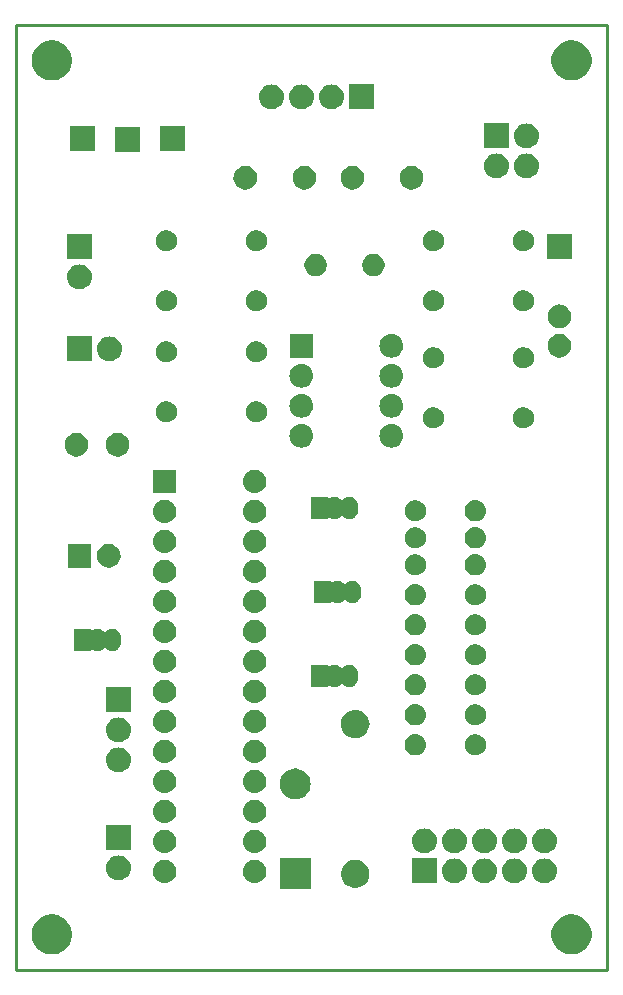
<source format=gbr>
%TF.GenerationSoftware,KiCad,Pcbnew,5.0.2-bee76a0~70~ubuntu16.04.1*%
%TF.CreationDate,2019-04-16T22:46:50+02:00*%
%TF.ProjectId,birduino-kicad,62697264-7569-46e6-9f2d-6b696361642e,rev?*%
%TF.SameCoordinates,Original*%
%TF.FileFunction,Soldermask,Top*%
%TF.FilePolarity,Negative*%
%FSLAX46Y46*%
G04 Gerber Fmt 4.6, Leading zero omitted, Abs format (unit mm)*
G04 Created by KiCad (PCBNEW 5.0.2-bee76a0~70~ubuntu16.04.1) date Tue 16 Apr 2019 10:46:50 PM CEST*
%MOMM*%
%LPD*%
G01*
G04 APERTURE LIST*
%ADD10C,0.250000*%
%ADD11C,0.100000*%
G04 APERTURE END LIST*
D10*
X124460000Y-72400000D02*
X174460000Y-72400000D01*
X124460000Y-72400000D02*
X124460000Y-152400000D01*
X174460000Y-72400000D02*
X174460000Y-152400000D01*
X124460000Y-152400000D02*
X174460000Y-152400000D01*
D11*
G36*
X171846393Y-147743553D02*
X171955872Y-147765330D01*
X172265252Y-147893479D01*
X172543687Y-148079523D01*
X172780477Y-148316313D01*
X172966521Y-148594748D01*
X173094670Y-148904128D01*
X173160000Y-149232565D01*
X173160000Y-149567435D01*
X173094670Y-149895872D01*
X172966521Y-150205252D01*
X172780477Y-150483687D01*
X172543687Y-150720477D01*
X172265252Y-150906521D01*
X171955872Y-151034670D01*
X171846393Y-151056447D01*
X171627437Y-151100000D01*
X171292563Y-151100000D01*
X171073607Y-151056447D01*
X170964128Y-151034670D01*
X170654748Y-150906521D01*
X170376313Y-150720477D01*
X170139523Y-150483687D01*
X169953479Y-150205252D01*
X169825330Y-149895872D01*
X169760000Y-149567435D01*
X169760000Y-149232565D01*
X169825330Y-148904128D01*
X169953479Y-148594748D01*
X170139523Y-148316313D01*
X170376313Y-148079523D01*
X170654748Y-147893479D01*
X170964128Y-147765330D01*
X171073607Y-147743553D01*
X171292563Y-147700000D01*
X171627437Y-147700000D01*
X171846393Y-147743553D01*
X171846393Y-147743553D01*
G37*
G36*
X127846393Y-147743553D02*
X127955872Y-147765330D01*
X128265252Y-147893479D01*
X128543687Y-148079523D01*
X128780477Y-148316313D01*
X128966521Y-148594748D01*
X129094670Y-148904128D01*
X129160000Y-149232565D01*
X129160000Y-149567435D01*
X129094670Y-149895872D01*
X128966521Y-150205252D01*
X128780477Y-150483687D01*
X128543687Y-150720477D01*
X128265252Y-150906521D01*
X127955872Y-151034670D01*
X127846393Y-151056447D01*
X127627437Y-151100000D01*
X127292563Y-151100000D01*
X127073607Y-151056447D01*
X126964128Y-151034670D01*
X126654748Y-150906521D01*
X126376313Y-150720477D01*
X126139523Y-150483687D01*
X125953479Y-150205252D01*
X125825330Y-149895872D01*
X125760000Y-149567435D01*
X125760000Y-149232565D01*
X125825330Y-148904128D01*
X125953479Y-148594748D01*
X126139523Y-148316313D01*
X126376313Y-148079523D01*
X126654748Y-147893479D01*
X126964128Y-147765330D01*
X127073607Y-147743553D01*
X127292563Y-147700000D01*
X127627437Y-147700000D01*
X127846393Y-147743553D01*
X127846393Y-147743553D01*
G37*
G36*
X149382000Y-145572000D02*
X146782000Y-145572000D01*
X146782000Y-142972000D01*
X149382000Y-142972000D01*
X149382000Y-145572000D01*
X149382000Y-145572000D01*
G37*
G36*
X153512026Y-143118115D02*
X153730412Y-143208573D01*
X153926958Y-143339901D01*
X154094099Y-143507042D01*
X154225427Y-143703588D01*
X154315885Y-143921974D01*
X154362000Y-144153809D01*
X154362000Y-144390191D01*
X154315885Y-144622026D01*
X154225427Y-144840412D01*
X154094099Y-145036958D01*
X153926958Y-145204099D01*
X153730412Y-145335427D01*
X153512026Y-145425885D01*
X153280191Y-145472000D01*
X153043809Y-145472000D01*
X152811974Y-145425885D01*
X152593588Y-145335427D01*
X152397042Y-145204099D01*
X152229901Y-145036958D01*
X152098573Y-144840412D01*
X152008115Y-144622026D01*
X151962000Y-144390191D01*
X151962000Y-144153809D01*
X152008115Y-143921974D01*
X152098573Y-143703588D01*
X152229901Y-143507042D01*
X152397042Y-143339901D01*
X152593588Y-143208573D01*
X152811974Y-143118115D01*
X153043809Y-143072000D01*
X153280191Y-143072000D01*
X153512026Y-143118115D01*
X153512026Y-143118115D01*
G37*
G36*
X137211030Y-143083469D02*
X137211033Y-143083470D01*
X137211034Y-143083470D01*
X137399535Y-143140651D01*
X137399537Y-143140652D01*
X137573260Y-143233509D01*
X137725528Y-143358472D01*
X137850491Y-143510740D01*
X137850492Y-143510742D01*
X137943349Y-143684465D01*
X138000530Y-143872966D01*
X138000531Y-143872970D01*
X138019838Y-144069000D01*
X138000531Y-144265030D01*
X138000530Y-144265033D01*
X138000530Y-144265034D01*
X137974704Y-144350172D01*
X137943348Y-144453537D01*
X137850491Y-144627260D01*
X137725528Y-144779528D01*
X137573260Y-144904491D01*
X137573258Y-144904492D01*
X137399535Y-144997349D01*
X137211034Y-145054530D01*
X137211033Y-145054530D01*
X137211030Y-145054531D01*
X137064124Y-145069000D01*
X136965876Y-145069000D01*
X136818970Y-145054531D01*
X136818967Y-145054530D01*
X136818966Y-145054530D01*
X136630465Y-144997349D01*
X136456742Y-144904492D01*
X136456740Y-144904491D01*
X136304472Y-144779528D01*
X136179509Y-144627260D01*
X136086652Y-144453537D01*
X136055297Y-144350172D01*
X136029470Y-144265034D01*
X136029470Y-144265033D01*
X136029469Y-144265030D01*
X136010162Y-144069000D01*
X136029469Y-143872970D01*
X136029470Y-143872966D01*
X136086651Y-143684465D01*
X136179508Y-143510742D01*
X136179509Y-143510740D01*
X136304472Y-143358472D01*
X136456740Y-143233509D01*
X136630463Y-143140652D01*
X136630465Y-143140651D01*
X136818966Y-143083470D01*
X136818967Y-143083470D01*
X136818970Y-143083469D01*
X136965876Y-143069000D01*
X137064124Y-143069000D01*
X137211030Y-143083469D01*
X137211030Y-143083469D01*
G37*
G36*
X144831030Y-143083469D02*
X144831033Y-143083470D01*
X144831034Y-143083470D01*
X145019535Y-143140651D01*
X145019537Y-143140652D01*
X145193260Y-143233509D01*
X145345528Y-143358472D01*
X145470491Y-143510740D01*
X145470492Y-143510742D01*
X145563349Y-143684465D01*
X145620530Y-143872966D01*
X145620531Y-143872970D01*
X145639838Y-144069000D01*
X145620531Y-144265030D01*
X145620530Y-144265033D01*
X145620530Y-144265034D01*
X145594704Y-144350172D01*
X145563348Y-144453537D01*
X145470491Y-144627260D01*
X145345528Y-144779528D01*
X145193260Y-144904491D01*
X145193258Y-144904492D01*
X145019535Y-144997349D01*
X144831034Y-145054530D01*
X144831033Y-145054530D01*
X144831030Y-145054531D01*
X144684124Y-145069000D01*
X144585876Y-145069000D01*
X144438970Y-145054531D01*
X144438967Y-145054530D01*
X144438966Y-145054530D01*
X144250465Y-144997349D01*
X144076742Y-144904492D01*
X144076740Y-144904491D01*
X143924472Y-144779528D01*
X143799509Y-144627260D01*
X143706652Y-144453537D01*
X143675297Y-144350172D01*
X143649470Y-144265034D01*
X143649470Y-144265033D01*
X143649469Y-144265030D01*
X143630162Y-144069000D01*
X143649469Y-143872970D01*
X143649470Y-143872966D01*
X143706651Y-143684465D01*
X143799508Y-143510742D01*
X143799509Y-143510740D01*
X143924472Y-143358472D01*
X144076740Y-143233509D01*
X144250463Y-143140652D01*
X144250465Y-143140651D01*
X144438966Y-143083470D01*
X144438967Y-143083470D01*
X144438970Y-143083469D01*
X144585876Y-143069000D01*
X144684124Y-143069000D01*
X144831030Y-143083469D01*
X144831030Y-143083469D01*
G37*
G36*
X160054000Y-145068000D02*
X157954000Y-145068000D01*
X157954000Y-142968000D01*
X160054000Y-142968000D01*
X160054000Y-145068000D01*
X160054000Y-145068000D01*
G37*
G36*
X161672707Y-142975597D02*
X161749836Y-142983193D01*
X161881787Y-143023220D01*
X161947763Y-143043233D01*
X162130172Y-143140733D01*
X162290054Y-143271946D01*
X162421267Y-143431828D01*
X162518767Y-143614237D01*
X162518767Y-143614238D01*
X162578807Y-143812164D01*
X162599080Y-144018000D01*
X162578807Y-144223836D01*
X162538780Y-144355787D01*
X162518767Y-144421763D01*
X162421267Y-144604172D01*
X162290054Y-144764054D01*
X162130172Y-144895267D01*
X161947763Y-144992767D01*
X161881787Y-145012780D01*
X161749836Y-145052807D01*
X161672707Y-145060403D01*
X161595580Y-145068000D01*
X161492420Y-145068000D01*
X161415293Y-145060403D01*
X161338164Y-145052807D01*
X161206213Y-145012780D01*
X161140237Y-144992767D01*
X160957828Y-144895267D01*
X160797946Y-144764054D01*
X160666733Y-144604172D01*
X160569233Y-144421763D01*
X160549220Y-144355787D01*
X160509193Y-144223836D01*
X160488920Y-144018000D01*
X160509193Y-143812164D01*
X160569233Y-143614238D01*
X160569233Y-143614237D01*
X160666733Y-143431828D01*
X160797946Y-143271946D01*
X160957828Y-143140733D01*
X161140237Y-143043233D01*
X161206213Y-143023220D01*
X161338164Y-142983193D01*
X161415293Y-142975597D01*
X161492420Y-142968000D01*
X161595580Y-142968000D01*
X161672707Y-142975597D01*
X161672707Y-142975597D01*
G37*
G36*
X164212707Y-142975597D02*
X164289836Y-142983193D01*
X164421787Y-143023220D01*
X164487763Y-143043233D01*
X164670172Y-143140733D01*
X164830054Y-143271946D01*
X164961267Y-143431828D01*
X165058767Y-143614237D01*
X165058767Y-143614238D01*
X165118807Y-143812164D01*
X165139080Y-144018000D01*
X165118807Y-144223836D01*
X165078780Y-144355787D01*
X165058767Y-144421763D01*
X164961267Y-144604172D01*
X164830054Y-144764054D01*
X164670172Y-144895267D01*
X164487763Y-144992767D01*
X164421787Y-145012780D01*
X164289836Y-145052807D01*
X164212707Y-145060403D01*
X164135580Y-145068000D01*
X164032420Y-145068000D01*
X163955293Y-145060403D01*
X163878164Y-145052807D01*
X163746213Y-145012780D01*
X163680237Y-144992767D01*
X163497828Y-144895267D01*
X163337946Y-144764054D01*
X163206733Y-144604172D01*
X163109233Y-144421763D01*
X163089220Y-144355787D01*
X163049193Y-144223836D01*
X163028920Y-144018000D01*
X163049193Y-143812164D01*
X163109233Y-143614238D01*
X163109233Y-143614237D01*
X163206733Y-143431828D01*
X163337946Y-143271946D01*
X163497828Y-143140733D01*
X163680237Y-143043233D01*
X163746213Y-143023220D01*
X163878164Y-142983193D01*
X163955293Y-142975597D01*
X164032420Y-142968000D01*
X164135580Y-142968000D01*
X164212707Y-142975597D01*
X164212707Y-142975597D01*
G37*
G36*
X166752707Y-142975597D02*
X166829836Y-142983193D01*
X166961787Y-143023220D01*
X167027763Y-143043233D01*
X167210172Y-143140733D01*
X167370054Y-143271946D01*
X167501267Y-143431828D01*
X167598767Y-143614237D01*
X167598767Y-143614238D01*
X167658807Y-143812164D01*
X167679080Y-144018000D01*
X167658807Y-144223836D01*
X167618780Y-144355787D01*
X167598767Y-144421763D01*
X167501267Y-144604172D01*
X167370054Y-144764054D01*
X167210172Y-144895267D01*
X167027763Y-144992767D01*
X166961787Y-145012780D01*
X166829836Y-145052807D01*
X166752707Y-145060403D01*
X166675580Y-145068000D01*
X166572420Y-145068000D01*
X166495293Y-145060403D01*
X166418164Y-145052807D01*
X166286213Y-145012780D01*
X166220237Y-144992767D01*
X166037828Y-144895267D01*
X165877946Y-144764054D01*
X165746733Y-144604172D01*
X165649233Y-144421763D01*
X165629220Y-144355787D01*
X165589193Y-144223836D01*
X165568920Y-144018000D01*
X165589193Y-143812164D01*
X165649233Y-143614238D01*
X165649233Y-143614237D01*
X165746733Y-143431828D01*
X165877946Y-143271946D01*
X166037828Y-143140733D01*
X166220237Y-143043233D01*
X166286213Y-143023220D01*
X166418164Y-142983193D01*
X166495293Y-142975597D01*
X166572420Y-142968000D01*
X166675580Y-142968000D01*
X166752707Y-142975597D01*
X166752707Y-142975597D01*
G37*
G36*
X169292707Y-142975597D02*
X169369836Y-142983193D01*
X169501787Y-143023220D01*
X169567763Y-143043233D01*
X169750172Y-143140733D01*
X169910054Y-143271946D01*
X170041267Y-143431828D01*
X170138767Y-143614237D01*
X170138767Y-143614238D01*
X170198807Y-143812164D01*
X170219080Y-144018000D01*
X170198807Y-144223836D01*
X170158780Y-144355787D01*
X170138767Y-144421763D01*
X170041267Y-144604172D01*
X169910054Y-144764054D01*
X169750172Y-144895267D01*
X169567763Y-144992767D01*
X169501787Y-145012780D01*
X169369836Y-145052807D01*
X169292707Y-145060403D01*
X169215580Y-145068000D01*
X169112420Y-145068000D01*
X169035293Y-145060403D01*
X168958164Y-145052807D01*
X168826213Y-145012780D01*
X168760237Y-144992767D01*
X168577828Y-144895267D01*
X168417946Y-144764054D01*
X168286733Y-144604172D01*
X168189233Y-144421763D01*
X168169220Y-144355787D01*
X168129193Y-144223836D01*
X168108920Y-144018000D01*
X168129193Y-143812164D01*
X168189233Y-143614238D01*
X168189233Y-143614237D01*
X168286733Y-143431828D01*
X168417946Y-143271946D01*
X168577828Y-143140733D01*
X168760237Y-143043233D01*
X168826213Y-143023220D01*
X168958164Y-142983193D01*
X169035293Y-142975597D01*
X169112420Y-142968000D01*
X169215580Y-142968000D01*
X169292707Y-142975597D01*
X169292707Y-142975597D01*
G37*
G36*
X133224707Y-142721597D02*
X133301836Y-142729193D01*
X133433787Y-142769220D01*
X133499763Y-142789233D01*
X133682172Y-142886733D01*
X133842054Y-143017946D01*
X133973267Y-143177828D01*
X134070767Y-143360237D01*
X134070767Y-143360238D01*
X134130807Y-143558164D01*
X134151080Y-143764000D01*
X134130807Y-143969836D01*
X134100726Y-144069000D01*
X134070767Y-144167763D01*
X133973267Y-144350172D01*
X133842054Y-144510054D01*
X133682172Y-144641267D01*
X133499763Y-144738767D01*
X133433787Y-144758780D01*
X133301836Y-144798807D01*
X133224707Y-144806403D01*
X133147580Y-144814000D01*
X133044420Y-144814000D01*
X132967293Y-144806403D01*
X132890164Y-144798807D01*
X132758213Y-144758780D01*
X132692237Y-144738767D01*
X132509828Y-144641267D01*
X132349946Y-144510054D01*
X132218733Y-144350172D01*
X132121233Y-144167763D01*
X132091274Y-144069000D01*
X132061193Y-143969836D01*
X132040920Y-143764000D01*
X132061193Y-143558164D01*
X132121233Y-143360238D01*
X132121233Y-143360237D01*
X132218733Y-143177828D01*
X132349946Y-143017946D01*
X132509828Y-142886733D01*
X132692237Y-142789233D01*
X132758213Y-142769220D01*
X132890164Y-142729193D01*
X132967293Y-142721597D01*
X133044420Y-142714000D01*
X133147580Y-142714000D01*
X133224707Y-142721597D01*
X133224707Y-142721597D01*
G37*
G36*
X137211030Y-140543469D02*
X137211033Y-140543470D01*
X137211034Y-140543470D01*
X137399535Y-140600651D01*
X137399537Y-140600652D01*
X137573260Y-140693509D01*
X137725528Y-140818472D01*
X137850491Y-140970740D01*
X137850492Y-140970742D01*
X137943349Y-141144465D01*
X138000530Y-141332966D01*
X138000531Y-141332970D01*
X138019838Y-141529000D01*
X138000531Y-141725030D01*
X137943348Y-141913537D01*
X137850491Y-142087260D01*
X137725528Y-142239528D01*
X137573260Y-142364491D01*
X137573258Y-142364492D01*
X137399535Y-142457349D01*
X137211034Y-142514530D01*
X137211033Y-142514530D01*
X137211030Y-142514531D01*
X137064124Y-142529000D01*
X136965876Y-142529000D01*
X136818970Y-142514531D01*
X136818967Y-142514530D01*
X136818966Y-142514530D01*
X136630465Y-142457349D01*
X136456742Y-142364492D01*
X136456740Y-142364491D01*
X136304472Y-142239528D01*
X136179509Y-142087260D01*
X136086652Y-141913537D01*
X136029469Y-141725030D01*
X136010162Y-141529000D01*
X136029469Y-141332970D01*
X136029470Y-141332966D01*
X136086651Y-141144465D01*
X136179508Y-140970742D01*
X136179509Y-140970740D01*
X136304472Y-140818472D01*
X136456740Y-140693509D01*
X136630463Y-140600652D01*
X136630465Y-140600651D01*
X136818966Y-140543470D01*
X136818967Y-140543470D01*
X136818970Y-140543469D01*
X136965876Y-140529000D01*
X137064124Y-140529000D01*
X137211030Y-140543469D01*
X137211030Y-140543469D01*
G37*
G36*
X144831030Y-140543469D02*
X144831033Y-140543470D01*
X144831034Y-140543470D01*
X145019535Y-140600651D01*
X145019537Y-140600652D01*
X145193260Y-140693509D01*
X145345528Y-140818472D01*
X145470491Y-140970740D01*
X145470492Y-140970742D01*
X145563349Y-141144465D01*
X145620530Y-141332966D01*
X145620531Y-141332970D01*
X145639838Y-141529000D01*
X145620531Y-141725030D01*
X145563348Y-141913537D01*
X145470491Y-142087260D01*
X145345528Y-142239528D01*
X145193260Y-142364491D01*
X145193258Y-142364492D01*
X145019535Y-142457349D01*
X144831034Y-142514530D01*
X144831033Y-142514530D01*
X144831030Y-142514531D01*
X144684124Y-142529000D01*
X144585876Y-142529000D01*
X144438970Y-142514531D01*
X144438967Y-142514530D01*
X144438966Y-142514530D01*
X144250465Y-142457349D01*
X144076742Y-142364492D01*
X144076740Y-142364491D01*
X143924472Y-142239528D01*
X143799509Y-142087260D01*
X143706652Y-141913537D01*
X143649469Y-141725030D01*
X143630162Y-141529000D01*
X143649469Y-141332970D01*
X143649470Y-141332966D01*
X143706651Y-141144465D01*
X143799508Y-140970742D01*
X143799509Y-140970740D01*
X143924472Y-140818472D01*
X144076740Y-140693509D01*
X144250463Y-140600652D01*
X144250465Y-140600651D01*
X144438966Y-140543470D01*
X144438967Y-140543470D01*
X144438970Y-140543469D01*
X144585876Y-140529000D01*
X144684124Y-140529000D01*
X144831030Y-140543469D01*
X144831030Y-140543469D01*
G37*
G36*
X159132707Y-140435597D02*
X159209836Y-140443193D01*
X159341787Y-140483220D01*
X159407763Y-140503233D01*
X159590172Y-140600733D01*
X159750054Y-140731946D01*
X159881267Y-140891828D01*
X159978767Y-141074237D01*
X159978767Y-141074238D01*
X160038807Y-141272164D01*
X160059080Y-141478000D01*
X160038807Y-141683836D01*
X159998780Y-141815787D01*
X159978767Y-141881763D01*
X159881267Y-142064172D01*
X159750054Y-142224054D01*
X159590172Y-142355267D01*
X159407763Y-142452767D01*
X159341787Y-142472780D01*
X159209836Y-142512807D01*
X159132707Y-142520403D01*
X159055580Y-142528000D01*
X158952420Y-142528000D01*
X158875293Y-142520403D01*
X158798164Y-142512807D01*
X158666213Y-142472780D01*
X158600237Y-142452767D01*
X158417828Y-142355267D01*
X158257946Y-142224054D01*
X158126733Y-142064172D01*
X158029233Y-141881763D01*
X158009220Y-141815787D01*
X157969193Y-141683836D01*
X157948920Y-141478000D01*
X157969193Y-141272164D01*
X158029233Y-141074238D01*
X158029233Y-141074237D01*
X158126733Y-140891828D01*
X158257946Y-140731946D01*
X158417828Y-140600733D01*
X158600237Y-140503233D01*
X158666213Y-140483220D01*
X158798164Y-140443193D01*
X158875293Y-140435597D01*
X158952420Y-140428000D01*
X159055580Y-140428000D01*
X159132707Y-140435597D01*
X159132707Y-140435597D01*
G37*
G36*
X169292707Y-140435597D02*
X169369836Y-140443193D01*
X169501787Y-140483220D01*
X169567763Y-140503233D01*
X169750172Y-140600733D01*
X169910054Y-140731946D01*
X170041267Y-140891828D01*
X170138767Y-141074237D01*
X170138767Y-141074238D01*
X170198807Y-141272164D01*
X170219080Y-141478000D01*
X170198807Y-141683836D01*
X170158780Y-141815787D01*
X170138767Y-141881763D01*
X170041267Y-142064172D01*
X169910054Y-142224054D01*
X169750172Y-142355267D01*
X169567763Y-142452767D01*
X169501787Y-142472780D01*
X169369836Y-142512807D01*
X169292707Y-142520403D01*
X169215580Y-142528000D01*
X169112420Y-142528000D01*
X169035293Y-142520403D01*
X168958164Y-142512807D01*
X168826213Y-142472780D01*
X168760237Y-142452767D01*
X168577828Y-142355267D01*
X168417946Y-142224054D01*
X168286733Y-142064172D01*
X168189233Y-141881763D01*
X168169220Y-141815787D01*
X168129193Y-141683836D01*
X168108920Y-141478000D01*
X168129193Y-141272164D01*
X168189233Y-141074238D01*
X168189233Y-141074237D01*
X168286733Y-140891828D01*
X168417946Y-140731946D01*
X168577828Y-140600733D01*
X168760237Y-140503233D01*
X168826213Y-140483220D01*
X168958164Y-140443193D01*
X169035293Y-140435597D01*
X169112420Y-140428000D01*
X169215580Y-140428000D01*
X169292707Y-140435597D01*
X169292707Y-140435597D01*
G37*
G36*
X166752707Y-140435597D02*
X166829836Y-140443193D01*
X166961787Y-140483220D01*
X167027763Y-140503233D01*
X167210172Y-140600733D01*
X167370054Y-140731946D01*
X167501267Y-140891828D01*
X167598767Y-141074237D01*
X167598767Y-141074238D01*
X167658807Y-141272164D01*
X167679080Y-141478000D01*
X167658807Y-141683836D01*
X167618780Y-141815787D01*
X167598767Y-141881763D01*
X167501267Y-142064172D01*
X167370054Y-142224054D01*
X167210172Y-142355267D01*
X167027763Y-142452767D01*
X166961787Y-142472780D01*
X166829836Y-142512807D01*
X166752707Y-142520403D01*
X166675580Y-142528000D01*
X166572420Y-142528000D01*
X166495293Y-142520403D01*
X166418164Y-142512807D01*
X166286213Y-142472780D01*
X166220237Y-142452767D01*
X166037828Y-142355267D01*
X165877946Y-142224054D01*
X165746733Y-142064172D01*
X165649233Y-141881763D01*
X165629220Y-141815787D01*
X165589193Y-141683836D01*
X165568920Y-141478000D01*
X165589193Y-141272164D01*
X165649233Y-141074238D01*
X165649233Y-141074237D01*
X165746733Y-140891828D01*
X165877946Y-140731946D01*
X166037828Y-140600733D01*
X166220237Y-140503233D01*
X166286213Y-140483220D01*
X166418164Y-140443193D01*
X166495293Y-140435597D01*
X166572420Y-140428000D01*
X166675580Y-140428000D01*
X166752707Y-140435597D01*
X166752707Y-140435597D01*
G37*
G36*
X164212707Y-140435597D02*
X164289836Y-140443193D01*
X164421787Y-140483220D01*
X164487763Y-140503233D01*
X164670172Y-140600733D01*
X164830054Y-140731946D01*
X164961267Y-140891828D01*
X165058767Y-141074237D01*
X165058767Y-141074238D01*
X165118807Y-141272164D01*
X165139080Y-141478000D01*
X165118807Y-141683836D01*
X165078780Y-141815787D01*
X165058767Y-141881763D01*
X164961267Y-142064172D01*
X164830054Y-142224054D01*
X164670172Y-142355267D01*
X164487763Y-142452767D01*
X164421787Y-142472780D01*
X164289836Y-142512807D01*
X164212707Y-142520403D01*
X164135580Y-142528000D01*
X164032420Y-142528000D01*
X163955293Y-142520403D01*
X163878164Y-142512807D01*
X163746213Y-142472780D01*
X163680237Y-142452767D01*
X163497828Y-142355267D01*
X163337946Y-142224054D01*
X163206733Y-142064172D01*
X163109233Y-141881763D01*
X163089220Y-141815787D01*
X163049193Y-141683836D01*
X163028920Y-141478000D01*
X163049193Y-141272164D01*
X163109233Y-141074238D01*
X163109233Y-141074237D01*
X163206733Y-140891828D01*
X163337946Y-140731946D01*
X163497828Y-140600733D01*
X163680237Y-140503233D01*
X163746213Y-140483220D01*
X163878164Y-140443193D01*
X163955293Y-140435597D01*
X164032420Y-140428000D01*
X164135580Y-140428000D01*
X164212707Y-140435597D01*
X164212707Y-140435597D01*
G37*
G36*
X161672707Y-140435597D02*
X161749836Y-140443193D01*
X161881787Y-140483220D01*
X161947763Y-140503233D01*
X162130172Y-140600733D01*
X162290054Y-140731946D01*
X162421267Y-140891828D01*
X162518767Y-141074237D01*
X162518767Y-141074238D01*
X162578807Y-141272164D01*
X162599080Y-141478000D01*
X162578807Y-141683836D01*
X162538780Y-141815787D01*
X162518767Y-141881763D01*
X162421267Y-142064172D01*
X162290054Y-142224054D01*
X162130172Y-142355267D01*
X161947763Y-142452767D01*
X161881787Y-142472780D01*
X161749836Y-142512807D01*
X161672707Y-142520403D01*
X161595580Y-142528000D01*
X161492420Y-142528000D01*
X161415293Y-142520403D01*
X161338164Y-142512807D01*
X161206213Y-142472780D01*
X161140237Y-142452767D01*
X160957828Y-142355267D01*
X160797946Y-142224054D01*
X160666733Y-142064172D01*
X160569233Y-141881763D01*
X160549220Y-141815787D01*
X160509193Y-141683836D01*
X160488920Y-141478000D01*
X160509193Y-141272164D01*
X160569233Y-141074238D01*
X160569233Y-141074237D01*
X160666733Y-140891828D01*
X160797946Y-140731946D01*
X160957828Y-140600733D01*
X161140237Y-140503233D01*
X161206213Y-140483220D01*
X161338164Y-140443193D01*
X161415293Y-140435597D01*
X161492420Y-140428000D01*
X161595580Y-140428000D01*
X161672707Y-140435597D01*
X161672707Y-140435597D01*
G37*
G36*
X134146000Y-142274000D02*
X132046000Y-142274000D01*
X132046000Y-140174000D01*
X134146000Y-140174000D01*
X134146000Y-142274000D01*
X134146000Y-142274000D01*
G37*
G36*
X137211030Y-138003469D02*
X137211033Y-138003470D01*
X137211034Y-138003470D01*
X137399535Y-138060651D01*
X137399537Y-138060652D01*
X137573260Y-138153509D01*
X137725528Y-138278472D01*
X137850491Y-138430740D01*
X137943348Y-138604463D01*
X138000531Y-138792970D01*
X138019838Y-138989000D01*
X138000531Y-139185030D01*
X137943348Y-139373537D01*
X137850491Y-139547260D01*
X137725528Y-139699528D01*
X137573260Y-139824491D01*
X137573258Y-139824492D01*
X137399535Y-139917349D01*
X137211034Y-139974530D01*
X137211033Y-139974530D01*
X137211030Y-139974531D01*
X137064124Y-139989000D01*
X136965876Y-139989000D01*
X136818970Y-139974531D01*
X136818967Y-139974530D01*
X136818966Y-139974530D01*
X136630465Y-139917349D01*
X136456742Y-139824492D01*
X136456740Y-139824491D01*
X136304472Y-139699528D01*
X136179509Y-139547260D01*
X136086652Y-139373537D01*
X136029469Y-139185030D01*
X136010162Y-138989000D01*
X136029469Y-138792970D01*
X136086652Y-138604463D01*
X136179509Y-138430740D01*
X136304472Y-138278472D01*
X136456740Y-138153509D01*
X136630463Y-138060652D01*
X136630465Y-138060651D01*
X136818966Y-138003470D01*
X136818967Y-138003470D01*
X136818970Y-138003469D01*
X136965876Y-137989000D01*
X137064124Y-137989000D01*
X137211030Y-138003469D01*
X137211030Y-138003469D01*
G37*
G36*
X144831030Y-138003469D02*
X144831033Y-138003470D01*
X144831034Y-138003470D01*
X145019535Y-138060651D01*
X145019537Y-138060652D01*
X145193260Y-138153509D01*
X145345528Y-138278472D01*
X145470491Y-138430740D01*
X145563348Y-138604463D01*
X145620531Y-138792970D01*
X145639838Y-138989000D01*
X145620531Y-139185030D01*
X145563348Y-139373537D01*
X145470491Y-139547260D01*
X145345528Y-139699528D01*
X145193260Y-139824491D01*
X145193258Y-139824492D01*
X145019535Y-139917349D01*
X144831034Y-139974530D01*
X144831033Y-139974530D01*
X144831030Y-139974531D01*
X144684124Y-139989000D01*
X144585876Y-139989000D01*
X144438970Y-139974531D01*
X144438967Y-139974530D01*
X144438966Y-139974530D01*
X144250465Y-139917349D01*
X144076742Y-139824492D01*
X144076740Y-139824491D01*
X143924472Y-139699528D01*
X143799509Y-139547260D01*
X143706652Y-139373537D01*
X143649469Y-139185030D01*
X143630162Y-138989000D01*
X143649469Y-138792970D01*
X143706652Y-138604463D01*
X143799509Y-138430740D01*
X143924472Y-138278472D01*
X144076740Y-138153509D01*
X144250463Y-138060652D01*
X144250465Y-138060651D01*
X144438966Y-138003470D01*
X144438967Y-138003470D01*
X144438970Y-138003469D01*
X144585876Y-137989000D01*
X144684124Y-137989000D01*
X144831030Y-138003469D01*
X144831030Y-138003469D01*
G37*
G36*
X148336845Y-135370810D02*
X148581896Y-135445145D01*
X148807736Y-135565860D01*
X149005687Y-135728313D01*
X149168140Y-135926264D01*
X149288855Y-136152104D01*
X149363190Y-136397155D01*
X149388290Y-136652000D01*
X149363190Y-136906845D01*
X149288855Y-137151896D01*
X149168140Y-137377736D01*
X149005687Y-137575687D01*
X148807736Y-137738140D01*
X148581896Y-137858855D01*
X148336845Y-137933190D01*
X148145864Y-137952000D01*
X148018136Y-137952000D01*
X147827155Y-137933190D01*
X147582104Y-137858855D01*
X147356264Y-137738140D01*
X147158313Y-137575687D01*
X146995860Y-137377736D01*
X146875145Y-137151896D01*
X146800810Y-136906845D01*
X146775710Y-136652000D01*
X146800810Y-136397155D01*
X146875145Y-136152104D01*
X146995860Y-135926264D01*
X147158313Y-135728313D01*
X147356264Y-135565860D01*
X147582104Y-135445145D01*
X147827155Y-135370810D01*
X148018136Y-135352000D01*
X148145864Y-135352000D01*
X148336845Y-135370810D01*
X148336845Y-135370810D01*
G37*
G36*
X137211030Y-135463469D02*
X137211033Y-135463470D01*
X137211034Y-135463470D01*
X137399535Y-135520651D01*
X137399537Y-135520652D01*
X137573260Y-135613509D01*
X137725528Y-135738472D01*
X137850491Y-135890740D01*
X137850492Y-135890742D01*
X137943349Y-136064465D01*
X137969934Y-136152104D01*
X138000531Y-136252970D01*
X138019838Y-136449000D01*
X138000531Y-136645030D01*
X137943348Y-136833537D01*
X137850491Y-137007260D01*
X137725528Y-137159528D01*
X137573260Y-137284491D01*
X137573258Y-137284492D01*
X137399535Y-137377349D01*
X137211034Y-137434530D01*
X137211033Y-137434530D01*
X137211030Y-137434531D01*
X137064124Y-137449000D01*
X136965876Y-137449000D01*
X136818970Y-137434531D01*
X136818967Y-137434530D01*
X136818966Y-137434530D01*
X136630465Y-137377349D01*
X136456742Y-137284492D01*
X136456740Y-137284491D01*
X136304472Y-137159528D01*
X136179509Y-137007260D01*
X136086652Y-136833537D01*
X136029469Y-136645030D01*
X136010162Y-136449000D01*
X136029469Y-136252970D01*
X136060066Y-136152104D01*
X136086651Y-136064465D01*
X136179508Y-135890742D01*
X136179509Y-135890740D01*
X136304472Y-135738472D01*
X136456740Y-135613509D01*
X136630463Y-135520652D01*
X136630465Y-135520651D01*
X136818966Y-135463470D01*
X136818967Y-135463470D01*
X136818970Y-135463469D01*
X136965876Y-135449000D01*
X137064124Y-135449000D01*
X137211030Y-135463469D01*
X137211030Y-135463469D01*
G37*
G36*
X144831030Y-135463469D02*
X144831033Y-135463470D01*
X144831034Y-135463470D01*
X145019535Y-135520651D01*
X145019537Y-135520652D01*
X145193260Y-135613509D01*
X145345528Y-135738472D01*
X145470491Y-135890740D01*
X145470492Y-135890742D01*
X145563349Y-136064465D01*
X145589934Y-136152104D01*
X145620531Y-136252970D01*
X145639838Y-136449000D01*
X145620531Y-136645030D01*
X145563348Y-136833537D01*
X145470491Y-137007260D01*
X145345528Y-137159528D01*
X145193260Y-137284491D01*
X145193258Y-137284492D01*
X145019535Y-137377349D01*
X144831034Y-137434530D01*
X144831033Y-137434530D01*
X144831030Y-137434531D01*
X144684124Y-137449000D01*
X144585876Y-137449000D01*
X144438970Y-137434531D01*
X144438967Y-137434530D01*
X144438966Y-137434530D01*
X144250465Y-137377349D01*
X144076742Y-137284492D01*
X144076740Y-137284491D01*
X143924472Y-137159528D01*
X143799509Y-137007260D01*
X143706652Y-136833537D01*
X143649469Y-136645030D01*
X143630162Y-136449000D01*
X143649469Y-136252970D01*
X143680066Y-136152104D01*
X143706651Y-136064465D01*
X143799508Y-135890742D01*
X143799509Y-135890740D01*
X143924472Y-135738472D01*
X144076740Y-135613509D01*
X144250463Y-135520652D01*
X144250465Y-135520651D01*
X144438966Y-135463470D01*
X144438967Y-135463470D01*
X144438970Y-135463469D01*
X144585876Y-135449000D01*
X144684124Y-135449000D01*
X144831030Y-135463469D01*
X144831030Y-135463469D01*
G37*
G36*
X133224707Y-133577597D02*
X133301836Y-133585193D01*
X133433787Y-133625220D01*
X133499763Y-133645233D01*
X133682172Y-133742733D01*
X133842054Y-133873946D01*
X133973267Y-134033828D01*
X134070767Y-134216237D01*
X134081009Y-134250000D01*
X134130807Y-134414164D01*
X134151080Y-134620000D01*
X134130807Y-134825836D01*
X134090780Y-134957787D01*
X134070767Y-135023763D01*
X133973267Y-135206172D01*
X133842054Y-135366054D01*
X133682172Y-135497267D01*
X133499763Y-135594767D01*
X133437981Y-135613508D01*
X133301836Y-135654807D01*
X133224707Y-135662403D01*
X133147580Y-135670000D01*
X133044420Y-135670000D01*
X132967293Y-135662403D01*
X132890164Y-135654807D01*
X132754019Y-135613508D01*
X132692237Y-135594767D01*
X132509828Y-135497267D01*
X132349946Y-135366054D01*
X132218733Y-135206172D01*
X132121233Y-135023763D01*
X132101220Y-134957787D01*
X132061193Y-134825836D01*
X132040920Y-134620000D01*
X132061193Y-134414164D01*
X132110991Y-134250000D01*
X132121233Y-134216237D01*
X132218733Y-134033828D01*
X132349946Y-133873946D01*
X132509828Y-133742733D01*
X132692237Y-133645233D01*
X132758213Y-133625220D01*
X132890164Y-133585193D01*
X132967293Y-133577597D01*
X133044420Y-133570000D01*
X133147580Y-133570000D01*
X133224707Y-133577597D01*
X133224707Y-133577597D01*
G37*
G36*
X137211030Y-132923469D02*
X137211033Y-132923470D01*
X137211034Y-132923470D01*
X137399535Y-132980651D01*
X137399537Y-132980652D01*
X137573260Y-133073509D01*
X137725528Y-133198472D01*
X137850491Y-133350740D01*
X137850492Y-133350742D01*
X137943349Y-133524465D01*
X137970060Y-133612520D01*
X138000531Y-133712970D01*
X138019838Y-133909000D01*
X138000531Y-134105030D01*
X138000530Y-134105033D01*
X138000530Y-134105034D01*
X137960506Y-134236977D01*
X137943348Y-134293537D01*
X137850491Y-134467260D01*
X137725528Y-134619528D01*
X137573260Y-134744491D01*
X137573258Y-134744492D01*
X137399535Y-134837349D01*
X137211034Y-134894530D01*
X137211033Y-134894530D01*
X137211030Y-134894531D01*
X137064124Y-134909000D01*
X136965876Y-134909000D01*
X136818970Y-134894531D01*
X136818967Y-134894530D01*
X136818966Y-134894530D01*
X136630465Y-134837349D01*
X136456742Y-134744492D01*
X136456740Y-134744491D01*
X136304472Y-134619528D01*
X136179509Y-134467260D01*
X136086652Y-134293537D01*
X136069495Y-134236977D01*
X136029470Y-134105034D01*
X136029470Y-134105033D01*
X136029469Y-134105030D01*
X136010162Y-133909000D01*
X136029469Y-133712970D01*
X136059940Y-133612520D01*
X136086651Y-133524465D01*
X136179508Y-133350742D01*
X136179509Y-133350740D01*
X136304472Y-133198472D01*
X136456740Y-133073509D01*
X136630463Y-132980652D01*
X136630465Y-132980651D01*
X136818966Y-132923470D01*
X136818967Y-132923470D01*
X136818970Y-132923469D01*
X136965876Y-132909000D01*
X137064124Y-132909000D01*
X137211030Y-132923469D01*
X137211030Y-132923469D01*
G37*
G36*
X144831030Y-132923469D02*
X144831033Y-132923470D01*
X144831034Y-132923470D01*
X145019535Y-132980651D01*
X145019537Y-132980652D01*
X145193260Y-133073509D01*
X145345528Y-133198472D01*
X145470491Y-133350740D01*
X145470492Y-133350742D01*
X145563349Y-133524465D01*
X145590060Y-133612520D01*
X145620531Y-133712970D01*
X145639838Y-133909000D01*
X145620531Y-134105030D01*
X145620530Y-134105033D01*
X145620530Y-134105034D01*
X145580506Y-134236977D01*
X145563348Y-134293537D01*
X145470491Y-134467260D01*
X145345528Y-134619528D01*
X145193260Y-134744491D01*
X145193258Y-134744492D01*
X145019535Y-134837349D01*
X144831034Y-134894530D01*
X144831033Y-134894530D01*
X144831030Y-134894531D01*
X144684124Y-134909000D01*
X144585876Y-134909000D01*
X144438970Y-134894531D01*
X144438967Y-134894530D01*
X144438966Y-134894530D01*
X144250465Y-134837349D01*
X144076742Y-134744492D01*
X144076740Y-134744491D01*
X143924472Y-134619528D01*
X143799509Y-134467260D01*
X143706652Y-134293537D01*
X143689495Y-134236977D01*
X143649470Y-134105034D01*
X143649470Y-134105033D01*
X143649469Y-134105030D01*
X143630162Y-133909000D01*
X143649469Y-133712970D01*
X143679940Y-133612520D01*
X143706651Y-133524465D01*
X143799508Y-133350742D01*
X143799509Y-133350740D01*
X143924472Y-133198472D01*
X144076740Y-133073509D01*
X144250463Y-132980652D01*
X144250465Y-132980651D01*
X144438966Y-132923470D01*
X144438967Y-132923470D01*
X144438970Y-132923469D01*
X144585876Y-132909000D01*
X144684124Y-132909000D01*
X144831030Y-132923469D01*
X144831030Y-132923469D01*
G37*
G36*
X163584521Y-132484586D02*
X163748309Y-132552429D01*
X163895720Y-132650926D01*
X164021074Y-132776280D01*
X164119571Y-132923691D01*
X164187414Y-133087479D01*
X164222000Y-133261356D01*
X164222000Y-133438644D01*
X164187414Y-133612521D01*
X164119571Y-133776309D01*
X164021074Y-133923720D01*
X163895720Y-134049074D01*
X163748309Y-134147571D01*
X163584521Y-134215414D01*
X163410644Y-134250000D01*
X163233356Y-134250000D01*
X163059479Y-134215414D01*
X162895691Y-134147571D01*
X162748280Y-134049074D01*
X162622926Y-133923720D01*
X162524429Y-133776309D01*
X162456586Y-133612521D01*
X162422000Y-133438644D01*
X162422000Y-133261356D01*
X162456586Y-133087479D01*
X162524429Y-132923691D01*
X162622926Y-132776280D01*
X162748280Y-132650926D01*
X162895691Y-132552429D01*
X163059479Y-132484586D01*
X163233356Y-132450000D01*
X163410644Y-132450000D01*
X163584521Y-132484586D01*
X163584521Y-132484586D01*
G37*
G36*
X158418432Y-132463022D02*
X158588081Y-132514485D01*
X158744433Y-132598056D01*
X158881475Y-132710525D01*
X158993944Y-132847567D01*
X159077515Y-133003919D01*
X159128978Y-133173568D01*
X159146354Y-133350000D01*
X159128978Y-133526432D01*
X159077515Y-133696081D01*
X158993944Y-133852433D01*
X158881475Y-133989475D01*
X158744433Y-134101944D01*
X158588081Y-134185515D01*
X158418432Y-134236978D01*
X158286211Y-134250000D01*
X158197789Y-134250000D01*
X158065568Y-134236978D01*
X157895919Y-134185515D01*
X157739567Y-134101944D01*
X157602525Y-133989475D01*
X157490056Y-133852433D01*
X157406485Y-133696081D01*
X157355022Y-133526432D01*
X157337646Y-133350000D01*
X157355022Y-133173568D01*
X157406485Y-133003919D01*
X157490056Y-132847567D01*
X157602525Y-132710525D01*
X157739567Y-132598056D01*
X157895919Y-132514485D01*
X158065568Y-132463022D01*
X158197789Y-132450000D01*
X158286211Y-132450000D01*
X158418432Y-132463022D01*
X158418432Y-132463022D01*
G37*
G36*
X133224707Y-131037597D02*
X133301836Y-131045193D01*
X133433787Y-131085220D01*
X133499763Y-131105233D01*
X133682172Y-131202733D01*
X133842054Y-131333946D01*
X133973267Y-131493828D01*
X134070767Y-131676237D01*
X134081009Y-131710000D01*
X134130807Y-131874164D01*
X134151080Y-132080000D01*
X134130807Y-132285836D01*
X134090780Y-132417787D01*
X134070767Y-132483763D01*
X133973267Y-132666172D01*
X133842054Y-132826054D01*
X133682172Y-132957267D01*
X133499763Y-133054767D01*
X133437981Y-133073508D01*
X133301836Y-133114807D01*
X133224707Y-133122403D01*
X133147580Y-133130000D01*
X133044420Y-133130000D01*
X132967293Y-133122403D01*
X132890164Y-133114807D01*
X132754019Y-133073508D01*
X132692237Y-133054767D01*
X132509828Y-132957267D01*
X132349946Y-132826054D01*
X132218733Y-132666172D01*
X132121233Y-132483763D01*
X132101220Y-132417787D01*
X132061193Y-132285836D01*
X132040920Y-132080000D01*
X132061193Y-131874164D01*
X132110991Y-131710000D01*
X132121233Y-131676237D01*
X132218733Y-131493828D01*
X132349946Y-131333946D01*
X132509828Y-131202733D01*
X132692237Y-131105233D01*
X132758213Y-131085220D01*
X132890164Y-131045193D01*
X132967293Y-131037597D01*
X133044420Y-131030000D01*
X133147580Y-131030000D01*
X133224707Y-131037597D01*
X133224707Y-131037597D01*
G37*
G36*
X153256208Y-130375473D02*
X153397241Y-130389363D01*
X153623442Y-130457981D01*
X153623444Y-130457982D01*
X153623447Y-130457983D01*
X153831910Y-130569408D01*
X154014634Y-130719366D01*
X154164592Y-130902090D01*
X154276017Y-131110553D01*
X154276018Y-131110556D01*
X154276019Y-131110558D01*
X154344637Y-131336759D01*
X154367806Y-131572000D01*
X154344637Y-131807241D01*
X154276019Y-132033442D01*
X154276017Y-132033447D01*
X154164592Y-132241910D01*
X154014634Y-132424634D01*
X153831910Y-132574592D01*
X153623447Y-132686017D01*
X153623444Y-132686018D01*
X153623442Y-132686019D01*
X153397241Y-132754637D01*
X153256208Y-132768527D01*
X153220951Y-132772000D01*
X153103049Y-132772000D01*
X153067792Y-132768527D01*
X152926759Y-132754637D01*
X152700558Y-132686019D01*
X152700556Y-132686018D01*
X152700553Y-132686017D01*
X152492090Y-132574592D01*
X152309366Y-132424634D01*
X152159408Y-132241910D01*
X152047983Y-132033447D01*
X152047981Y-132033442D01*
X151979363Y-131807241D01*
X151956194Y-131572000D01*
X151979363Y-131336759D01*
X152047981Y-131110558D01*
X152047982Y-131110556D01*
X152047983Y-131110553D01*
X152159408Y-130902090D01*
X152309366Y-130719366D01*
X152492090Y-130569408D01*
X152700553Y-130457983D01*
X152700556Y-130457982D01*
X152700558Y-130457981D01*
X152926759Y-130389363D01*
X153067792Y-130375473D01*
X153103049Y-130372000D01*
X153220951Y-130372000D01*
X153256208Y-130375473D01*
X153256208Y-130375473D01*
G37*
G36*
X137211030Y-130383469D02*
X137211033Y-130383470D01*
X137211034Y-130383470D01*
X137399535Y-130440651D01*
X137399537Y-130440652D01*
X137573260Y-130533509D01*
X137725528Y-130658472D01*
X137850491Y-130810740D01*
X137850492Y-130810742D01*
X137943349Y-130984465D01*
X137970060Y-131072520D01*
X138000531Y-131172970D01*
X138019838Y-131369000D01*
X138000531Y-131565030D01*
X138000530Y-131565033D01*
X138000530Y-131565034D01*
X137960506Y-131696977D01*
X137943348Y-131753537D01*
X137850491Y-131927260D01*
X137725528Y-132079528D01*
X137573260Y-132204491D01*
X137573258Y-132204492D01*
X137399535Y-132297349D01*
X137211034Y-132354530D01*
X137211033Y-132354530D01*
X137211030Y-132354531D01*
X137064124Y-132369000D01*
X136965876Y-132369000D01*
X136818970Y-132354531D01*
X136818967Y-132354530D01*
X136818966Y-132354530D01*
X136630465Y-132297349D01*
X136456742Y-132204492D01*
X136456740Y-132204491D01*
X136304472Y-132079528D01*
X136179509Y-131927260D01*
X136086652Y-131753537D01*
X136069495Y-131696977D01*
X136029470Y-131565034D01*
X136029470Y-131565033D01*
X136029469Y-131565030D01*
X136010162Y-131369000D01*
X136029469Y-131172970D01*
X136059940Y-131072520D01*
X136086651Y-130984465D01*
X136179508Y-130810742D01*
X136179509Y-130810740D01*
X136304472Y-130658472D01*
X136456740Y-130533509D01*
X136630463Y-130440652D01*
X136630465Y-130440651D01*
X136818966Y-130383470D01*
X136818967Y-130383470D01*
X136818970Y-130383469D01*
X136965876Y-130369000D01*
X137064124Y-130369000D01*
X137211030Y-130383469D01*
X137211030Y-130383469D01*
G37*
G36*
X144831030Y-130383469D02*
X144831033Y-130383470D01*
X144831034Y-130383470D01*
X145019535Y-130440651D01*
X145019537Y-130440652D01*
X145193260Y-130533509D01*
X145345528Y-130658472D01*
X145470491Y-130810740D01*
X145470492Y-130810742D01*
X145563349Y-130984465D01*
X145590060Y-131072520D01*
X145620531Y-131172970D01*
X145639838Y-131369000D01*
X145620531Y-131565030D01*
X145620530Y-131565033D01*
X145620530Y-131565034D01*
X145580506Y-131696977D01*
X145563348Y-131753537D01*
X145470491Y-131927260D01*
X145345528Y-132079528D01*
X145193260Y-132204491D01*
X145193258Y-132204492D01*
X145019535Y-132297349D01*
X144831034Y-132354530D01*
X144831033Y-132354530D01*
X144831030Y-132354531D01*
X144684124Y-132369000D01*
X144585876Y-132369000D01*
X144438970Y-132354531D01*
X144438967Y-132354530D01*
X144438966Y-132354530D01*
X144250465Y-132297349D01*
X144076742Y-132204492D01*
X144076740Y-132204491D01*
X143924472Y-132079528D01*
X143799509Y-131927260D01*
X143706652Y-131753537D01*
X143689495Y-131696977D01*
X143649470Y-131565034D01*
X143649470Y-131565033D01*
X143649469Y-131565030D01*
X143630162Y-131369000D01*
X143649469Y-131172970D01*
X143679940Y-131072520D01*
X143706651Y-130984465D01*
X143799508Y-130810742D01*
X143799509Y-130810740D01*
X143924472Y-130658472D01*
X144076740Y-130533509D01*
X144250463Y-130440652D01*
X144250465Y-130440651D01*
X144438966Y-130383470D01*
X144438967Y-130383470D01*
X144438970Y-130383469D01*
X144585876Y-130369000D01*
X144684124Y-130369000D01*
X144831030Y-130383469D01*
X144831030Y-130383469D01*
G37*
G36*
X163584521Y-129944586D02*
X163748309Y-130012429D01*
X163895720Y-130110926D01*
X164021074Y-130236280D01*
X164119571Y-130383691D01*
X164187414Y-130547479D01*
X164222000Y-130721356D01*
X164222000Y-130898644D01*
X164187414Y-131072521D01*
X164119571Y-131236309D01*
X164021074Y-131383720D01*
X163895720Y-131509074D01*
X163748309Y-131607571D01*
X163584521Y-131675414D01*
X163410644Y-131710000D01*
X163233356Y-131710000D01*
X163059479Y-131675414D01*
X162895691Y-131607571D01*
X162748280Y-131509074D01*
X162622926Y-131383720D01*
X162524429Y-131236309D01*
X162456586Y-131072521D01*
X162422000Y-130898644D01*
X162422000Y-130721356D01*
X162456586Y-130547479D01*
X162524429Y-130383691D01*
X162622926Y-130236280D01*
X162748280Y-130110926D01*
X162895691Y-130012429D01*
X163059479Y-129944586D01*
X163233356Y-129910000D01*
X163410644Y-129910000D01*
X163584521Y-129944586D01*
X163584521Y-129944586D01*
G37*
G36*
X158418432Y-129923022D02*
X158588081Y-129974485D01*
X158744433Y-130058056D01*
X158881475Y-130170525D01*
X158993944Y-130307567D01*
X159077515Y-130463919D01*
X159128978Y-130633568D01*
X159146354Y-130810000D01*
X159128978Y-130986432D01*
X159077515Y-131156081D01*
X158993944Y-131312433D01*
X158881475Y-131449475D01*
X158744433Y-131561944D01*
X158588081Y-131645515D01*
X158418432Y-131696978D01*
X158286211Y-131710000D01*
X158197789Y-131710000D01*
X158065568Y-131696978D01*
X157895919Y-131645515D01*
X157739567Y-131561944D01*
X157602525Y-131449475D01*
X157490056Y-131312433D01*
X157406485Y-131156081D01*
X157355022Y-130986432D01*
X157337646Y-130810000D01*
X157355022Y-130633568D01*
X157406485Y-130463919D01*
X157490056Y-130307567D01*
X157602525Y-130170525D01*
X157739567Y-130058056D01*
X157895919Y-129974485D01*
X158065568Y-129923022D01*
X158197789Y-129910000D01*
X158286211Y-129910000D01*
X158418432Y-129923022D01*
X158418432Y-129923022D01*
G37*
G36*
X134146000Y-130590000D02*
X132046000Y-130590000D01*
X132046000Y-128490000D01*
X134146000Y-128490000D01*
X134146000Y-130590000D01*
X134146000Y-130590000D01*
G37*
G36*
X137211030Y-127843469D02*
X137211033Y-127843470D01*
X137211034Y-127843470D01*
X137399535Y-127900651D01*
X137399537Y-127900652D01*
X137573260Y-127993509D01*
X137725528Y-128118472D01*
X137850491Y-128270740D01*
X137850492Y-128270742D01*
X137943349Y-128444465D01*
X137957162Y-128490000D01*
X138000531Y-128632970D01*
X138019838Y-128829000D01*
X138000531Y-129025030D01*
X138000530Y-129025033D01*
X138000530Y-129025034D01*
X137960506Y-129156977D01*
X137943348Y-129213537D01*
X137850491Y-129387260D01*
X137725528Y-129539528D01*
X137573260Y-129664491D01*
X137573258Y-129664492D01*
X137399535Y-129757349D01*
X137211034Y-129814530D01*
X137211033Y-129814530D01*
X137211030Y-129814531D01*
X137064124Y-129829000D01*
X136965876Y-129829000D01*
X136818970Y-129814531D01*
X136818967Y-129814530D01*
X136818966Y-129814530D01*
X136630465Y-129757349D01*
X136456742Y-129664492D01*
X136456740Y-129664491D01*
X136304472Y-129539528D01*
X136179509Y-129387260D01*
X136086652Y-129213537D01*
X136069495Y-129156977D01*
X136029470Y-129025034D01*
X136029470Y-129025033D01*
X136029469Y-129025030D01*
X136010162Y-128829000D01*
X136029469Y-128632970D01*
X136072838Y-128490000D01*
X136086651Y-128444465D01*
X136179508Y-128270742D01*
X136179509Y-128270740D01*
X136304472Y-128118472D01*
X136456740Y-127993509D01*
X136630463Y-127900652D01*
X136630465Y-127900651D01*
X136818966Y-127843470D01*
X136818967Y-127843470D01*
X136818970Y-127843469D01*
X136965876Y-127829000D01*
X137064124Y-127829000D01*
X137211030Y-127843469D01*
X137211030Y-127843469D01*
G37*
G36*
X144831030Y-127843469D02*
X144831033Y-127843470D01*
X144831034Y-127843470D01*
X145019535Y-127900651D01*
X145019537Y-127900652D01*
X145193260Y-127993509D01*
X145345528Y-128118472D01*
X145470491Y-128270740D01*
X145470492Y-128270742D01*
X145563349Y-128444465D01*
X145577162Y-128490000D01*
X145620531Y-128632970D01*
X145639838Y-128829000D01*
X145620531Y-129025030D01*
X145620530Y-129025033D01*
X145620530Y-129025034D01*
X145580506Y-129156977D01*
X145563348Y-129213537D01*
X145470491Y-129387260D01*
X145345528Y-129539528D01*
X145193260Y-129664491D01*
X145193258Y-129664492D01*
X145019535Y-129757349D01*
X144831034Y-129814530D01*
X144831033Y-129814530D01*
X144831030Y-129814531D01*
X144684124Y-129829000D01*
X144585876Y-129829000D01*
X144438970Y-129814531D01*
X144438967Y-129814530D01*
X144438966Y-129814530D01*
X144250465Y-129757349D01*
X144076742Y-129664492D01*
X144076740Y-129664491D01*
X143924472Y-129539528D01*
X143799509Y-129387260D01*
X143706652Y-129213537D01*
X143689495Y-129156977D01*
X143649470Y-129025034D01*
X143649470Y-129025033D01*
X143649469Y-129025030D01*
X143630162Y-128829000D01*
X143649469Y-128632970D01*
X143692838Y-128490000D01*
X143706651Y-128444465D01*
X143799508Y-128270742D01*
X143799509Y-128270740D01*
X143924472Y-128118472D01*
X144076740Y-127993509D01*
X144250463Y-127900652D01*
X144250465Y-127900651D01*
X144438966Y-127843470D01*
X144438967Y-127843470D01*
X144438970Y-127843469D01*
X144585876Y-127829000D01*
X144684124Y-127829000D01*
X144831030Y-127843469D01*
X144831030Y-127843469D01*
G37*
G36*
X163584521Y-127404586D02*
X163748309Y-127472429D01*
X163895720Y-127570926D01*
X164021074Y-127696280D01*
X164119571Y-127843691D01*
X164187414Y-128007479D01*
X164222000Y-128181356D01*
X164222000Y-128358644D01*
X164187414Y-128532521D01*
X164119571Y-128696309D01*
X164021074Y-128843720D01*
X163895720Y-128969074D01*
X163748309Y-129067571D01*
X163584521Y-129135414D01*
X163410644Y-129170000D01*
X163233356Y-129170000D01*
X163059479Y-129135414D01*
X162895691Y-129067571D01*
X162748280Y-128969074D01*
X162622926Y-128843720D01*
X162524429Y-128696309D01*
X162456586Y-128532521D01*
X162422000Y-128358644D01*
X162422000Y-128181356D01*
X162456586Y-128007479D01*
X162524429Y-127843691D01*
X162622926Y-127696280D01*
X162748280Y-127570926D01*
X162895691Y-127472429D01*
X163059479Y-127404586D01*
X163233356Y-127370000D01*
X163410644Y-127370000D01*
X163584521Y-127404586D01*
X163584521Y-127404586D01*
G37*
G36*
X158418432Y-127383022D02*
X158588081Y-127434485D01*
X158744433Y-127518056D01*
X158881475Y-127630525D01*
X158993944Y-127767567D01*
X159077515Y-127923919D01*
X159128978Y-128093568D01*
X159146354Y-128270000D01*
X159128978Y-128446432D01*
X159077515Y-128616081D01*
X158993944Y-128772433D01*
X158881475Y-128909475D01*
X158744433Y-129021944D01*
X158588081Y-129105515D01*
X158418432Y-129156978D01*
X158286211Y-129170000D01*
X158197789Y-129170000D01*
X158065568Y-129156978D01*
X157895919Y-129105515D01*
X157739567Y-129021944D01*
X157602525Y-128909475D01*
X157490056Y-128772433D01*
X157406485Y-128616081D01*
X157355022Y-128446432D01*
X157337646Y-128270000D01*
X157355022Y-128093568D01*
X157406485Y-127923919D01*
X157490056Y-127767567D01*
X157602525Y-127630525D01*
X157739567Y-127518056D01*
X157895919Y-127434485D01*
X158065568Y-127383022D01*
X158197789Y-127370000D01*
X158286211Y-127370000D01*
X158418432Y-127383022D01*
X158418432Y-127383022D01*
G37*
G36*
X151526124Y-126568491D02*
X151614878Y-126595414D01*
X151662788Y-126609947D01*
X151788737Y-126677269D01*
X151899132Y-126767868D01*
X151922374Y-126796188D01*
X151939701Y-126813515D01*
X151960075Y-126827129D01*
X151982714Y-126836507D01*
X152006748Y-126841287D01*
X152031252Y-126841287D01*
X152055286Y-126836507D01*
X152077925Y-126827129D01*
X152098299Y-126813515D01*
X152115626Y-126796188D01*
X152138868Y-126767868D01*
X152249262Y-126677269D01*
X152375211Y-126609947D01*
X152423121Y-126595414D01*
X152511875Y-126568491D01*
X152606625Y-126559159D01*
X152653999Y-126554493D01*
X152654000Y-126554493D01*
X152796124Y-126568491D01*
X152884878Y-126595414D01*
X152932788Y-126609947D01*
X153058737Y-126677269D01*
X153169132Y-126767868D01*
X153259731Y-126878262D01*
X153327053Y-127004211D01*
X153340872Y-127049766D01*
X153368509Y-127140875D01*
X153379000Y-127247393D01*
X153379000Y-127768606D01*
X153368509Y-127875125D01*
X153340872Y-127966234D01*
X153327053Y-128011789D01*
X153259731Y-128137738D01*
X153169132Y-128248132D01*
X153058738Y-128338731D01*
X152932789Y-128406053D01*
X152908621Y-128413384D01*
X152796125Y-128447509D01*
X152701375Y-128456841D01*
X152654001Y-128461507D01*
X152654000Y-128461507D01*
X152511876Y-128447509D01*
X152399380Y-128413384D01*
X152375212Y-128406053D01*
X152249263Y-128338731D01*
X152138870Y-128248133D01*
X152115625Y-128219810D01*
X152098298Y-128202483D01*
X152077923Y-128188870D01*
X152055284Y-128179493D01*
X152031250Y-128174713D01*
X152006746Y-128174713D01*
X151982713Y-128179494D01*
X151960074Y-128188872D01*
X151939699Y-128202486D01*
X151922374Y-128219812D01*
X151899132Y-128248132D01*
X151788738Y-128338731D01*
X151662789Y-128406053D01*
X151638621Y-128413384D01*
X151526125Y-128447509D01*
X151431375Y-128456841D01*
X151384001Y-128461507D01*
X151384000Y-128461507D01*
X151241876Y-128447509D01*
X151129380Y-128413384D01*
X151105212Y-128406053D01*
X151022925Y-128362069D01*
X151000286Y-128352692D01*
X150976253Y-128347911D01*
X150951748Y-128347911D01*
X150927715Y-128352691D01*
X150905076Y-128362069D01*
X150884701Y-128375682D01*
X150867374Y-128393009D01*
X150853760Y-128413384D01*
X150844383Y-128436023D01*
X150840011Y-128458000D01*
X149389000Y-128458000D01*
X149389000Y-126558000D01*
X150840409Y-126558000D01*
X150841402Y-126568077D01*
X150848515Y-126591526D01*
X150860066Y-126613137D01*
X150875612Y-126632079D01*
X150894554Y-126647625D01*
X150916165Y-126659176D01*
X150939614Y-126666289D01*
X150964000Y-126668691D01*
X150988386Y-126666289D01*
X151011835Y-126659176D01*
X151022925Y-126653931D01*
X151105211Y-126609947D01*
X151153121Y-126595414D01*
X151241875Y-126568491D01*
X151336625Y-126559159D01*
X151383999Y-126554493D01*
X151384000Y-126554493D01*
X151526124Y-126568491D01*
X151526124Y-126568491D01*
G37*
G36*
X137211030Y-125303469D02*
X137211033Y-125303470D01*
X137211034Y-125303470D01*
X137399535Y-125360651D01*
X137399537Y-125360652D01*
X137573260Y-125453509D01*
X137725528Y-125578472D01*
X137850491Y-125730740D01*
X137850492Y-125730742D01*
X137943349Y-125904465D01*
X137970060Y-125992520D01*
X138000531Y-126092970D01*
X138019838Y-126289000D01*
X138000531Y-126485030D01*
X138000530Y-126485033D01*
X138000530Y-126485034D01*
X137947705Y-126659176D01*
X137943348Y-126673537D01*
X137850491Y-126847260D01*
X137725528Y-126999528D01*
X137573260Y-127124491D01*
X137573258Y-127124492D01*
X137399535Y-127217349D01*
X137211034Y-127274530D01*
X137211033Y-127274530D01*
X137211030Y-127274531D01*
X137064124Y-127289000D01*
X136965876Y-127289000D01*
X136818970Y-127274531D01*
X136818967Y-127274530D01*
X136818966Y-127274530D01*
X136630465Y-127217349D01*
X136456742Y-127124492D01*
X136456740Y-127124491D01*
X136304472Y-126999528D01*
X136179509Y-126847260D01*
X136086652Y-126673537D01*
X136082296Y-126659176D01*
X136029470Y-126485034D01*
X136029470Y-126485033D01*
X136029469Y-126485030D01*
X136010162Y-126289000D01*
X136029469Y-126092970D01*
X136059940Y-125992520D01*
X136086651Y-125904465D01*
X136179508Y-125730742D01*
X136179509Y-125730740D01*
X136304472Y-125578472D01*
X136456740Y-125453509D01*
X136630463Y-125360652D01*
X136630465Y-125360651D01*
X136818966Y-125303470D01*
X136818967Y-125303470D01*
X136818970Y-125303469D01*
X136965876Y-125289000D01*
X137064124Y-125289000D01*
X137211030Y-125303469D01*
X137211030Y-125303469D01*
G37*
G36*
X144831030Y-125303469D02*
X144831033Y-125303470D01*
X144831034Y-125303470D01*
X145019535Y-125360651D01*
X145019537Y-125360652D01*
X145193260Y-125453509D01*
X145345528Y-125578472D01*
X145470491Y-125730740D01*
X145470492Y-125730742D01*
X145563349Y-125904465D01*
X145590060Y-125992520D01*
X145620531Y-126092970D01*
X145639838Y-126289000D01*
X145620531Y-126485030D01*
X145620530Y-126485033D01*
X145620530Y-126485034D01*
X145567705Y-126659176D01*
X145563348Y-126673537D01*
X145470491Y-126847260D01*
X145345528Y-126999528D01*
X145193260Y-127124491D01*
X145193258Y-127124492D01*
X145019535Y-127217349D01*
X144831034Y-127274530D01*
X144831033Y-127274530D01*
X144831030Y-127274531D01*
X144684124Y-127289000D01*
X144585876Y-127289000D01*
X144438970Y-127274531D01*
X144438967Y-127274530D01*
X144438966Y-127274530D01*
X144250465Y-127217349D01*
X144076742Y-127124492D01*
X144076740Y-127124491D01*
X143924472Y-126999528D01*
X143799509Y-126847260D01*
X143706652Y-126673537D01*
X143702296Y-126659176D01*
X143649470Y-126485034D01*
X143649470Y-126485033D01*
X143649469Y-126485030D01*
X143630162Y-126289000D01*
X143649469Y-126092970D01*
X143679940Y-125992520D01*
X143706651Y-125904465D01*
X143799508Y-125730742D01*
X143799509Y-125730740D01*
X143924472Y-125578472D01*
X144076740Y-125453509D01*
X144250463Y-125360652D01*
X144250465Y-125360651D01*
X144438966Y-125303470D01*
X144438967Y-125303470D01*
X144438970Y-125303469D01*
X144585876Y-125289000D01*
X144684124Y-125289000D01*
X144831030Y-125303469D01*
X144831030Y-125303469D01*
G37*
G36*
X163584521Y-124864586D02*
X163748309Y-124932429D01*
X163895720Y-125030926D01*
X164021074Y-125156280D01*
X164119571Y-125303691D01*
X164187414Y-125467479D01*
X164222000Y-125641356D01*
X164222000Y-125818644D01*
X164187414Y-125992521D01*
X164119571Y-126156309D01*
X164021074Y-126303720D01*
X163895720Y-126429074D01*
X163748309Y-126527571D01*
X163584521Y-126595414D01*
X163410644Y-126630000D01*
X163233356Y-126630000D01*
X163059479Y-126595414D01*
X162895691Y-126527571D01*
X162748280Y-126429074D01*
X162622926Y-126303720D01*
X162524429Y-126156309D01*
X162456586Y-125992521D01*
X162422000Y-125818644D01*
X162422000Y-125641356D01*
X162456586Y-125467479D01*
X162524429Y-125303691D01*
X162622926Y-125156280D01*
X162748280Y-125030926D01*
X162895691Y-124932429D01*
X163059479Y-124864586D01*
X163233356Y-124830000D01*
X163410644Y-124830000D01*
X163584521Y-124864586D01*
X163584521Y-124864586D01*
G37*
G36*
X158418432Y-124843022D02*
X158588081Y-124894485D01*
X158744433Y-124978056D01*
X158881475Y-125090525D01*
X158993944Y-125227567D01*
X159077515Y-125383919D01*
X159128978Y-125553568D01*
X159146354Y-125730000D01*
X159128978Y-125906432D01*
X159077515Y-126076081D01*
X158993944Y-126232433D01*
X158881475Y-126369475D01*
X158744433Y-126481944D01*
X158588081Y-126565515D01*
X158418432Y-126616978D01*
X158286211Y-126630000D01*
X158197789Y-126630000D01*
X158065568Y-126616978D01*
X157895919Y-126565515D01*
X157739567Y-126481944D01*
X157602525Y-126369475D01*
X157490056Y-126232433D01*
X157406485Y-126076081D01*
X157355022Y-125906432D01*
X157337646Y-125730000D01*
X157355022Y-125553568D01*
X157406485Y-125383919D01*
X157490056Y-125227567D01*
X157602525Y-125090525D01*
X157739567Y-124978056D01*
X157895919Y-124894485D01*
X158065568Y-124843022D01*
X158197789Y-124830000D01*
X158286211Y-124830000D01*
X158418432Y-124843022D01*
X158418432Y-124843022D01*
G37*
G36*
X131460124Y-123520491D02*
X131551233Y-123548128D01*
X131596788Y-123561947D01*
X131722737Y-123629269D01*
X131833132Y-123719868D01*
X131856374Y-123748188D01*
X131873701Y-123765515D01*
X131894075Y-123779129D01*
X131916714Y-123788507D01*
X131940748Y-123793287D01*
X131965252Y-123793287D01*
X131989286Y-123788507D01*
X132011925Y-123779129D01*
X132032299Y-123765515D01*
X132049626Y-123748188D01*
X132072868Y-123719868D01*
X132183262Y-123629269D01*
X132309211Y-123561947D01*
X132354766Y-123548128D01*
X132445875Y-123520491D01*
X132540625Y-123511159D01*
X132587999Y-123506493D01*
X132588000Y-123506493D01*
X132730124Y-123520491D01*
X132821233Y-123548128D01*
X132866788Y-123561947D01*
X132992737Y-123629269D01*
X133103132Y-123719868D01*
X133193731Y-123830262D01*
X133261053Y-123956211D01*
X133270565Y-123987570D01*
X133302509Y-124092875D01*
X133302509Y-124092877D01*
X133313000Y-124199392D01*
X133313000Y-124720608D01*
X133307754Y-124773866D01*
X133302509Y-124827125D01*
X133297686Y-124843023D01*
X133261053Y-124963789D01*
X133193731Y-125089738D01*
X133103132Y-125200132D01*
X132992738Y-125290731D01*
X132866789Y-125358053D01*
X132842621Y-125365384D01*
X132730125Y-125399509D01*
X132635375Y-125408841D01*
X132588001Y-125413507D01*
X132588000Y-125413507D01*
X132445876Y-125399509D01*
X132333380Y-125365384D01*
X132309212Y-125358053D01*
X132183263Y-125290731D01*
X132072870Y-125200133D01*
X132049625Y-125171810D01*
X132032298Y-125154483D01*
X132011923Y-125140870D01*
X131989284Y-125131493D01*
X131965250Y-125126713D01*
X131940746Y-125126713D01*
X131916713Y-125131494D01*
X131894074Y-125140872D01*
X131873699Y-125154486D01*
X131856374Y-125171812D01*
X131833132Y-125200132D01*
X131722738Y-125290731D01*
X131596789Y-125358053D01*
X131572621Y-125365384D01*
X131460125Y-125399509D01*
X131365375Y-125408841D01*
X131318001Y-125413507D01*
X131318000Y-125413507D01*
X131175876Y-125399509D01*
X131063380Y-125365384D01*
X131039212Y-125358053D01*
X130956925Y-125314069D01*
X130934286Y-125304692D01*
X130910253Y-125299911D01*
X130885748Y-125299911D01*
X130861715Y-125304691D01*
X130839076Y-125314069D01*
X130818701Y-125327682D01*
X130801374Y-125345009D01*
X130787760Y-125365384D01*
X130778383Y-125388023D01*
X130774011Y-125410000D01*
X129323000Y-125410000D01*
X129323000Y-123510000D01*
X130774409Y-123510000D01*
X130775402Y-123520077D01*
X130782515Y-123543526D01*
X130794066Y-123565137D01*
X130809612Y-123584079D01*
X130828554Y-123599625D01*
X130850165Y-123611176D01*
X130873614Y-123618289D01*
X130898000Y-123620691D01*
X130922386Y-123618289D01*
X130945835Y-123611176D01*
X130956925Y-123605931D01*
X131039211Y-123561947D01*
X131084766Y-123548128D01*
X131175875Y-123520491D01*
X131270625Y-123511159D01*
X131317999Y-123506493D01*
X131318000Y-123506493D01*
X131460124Y-123520491D01*
X131460124Y-123520491D01*
G37*
G36*
X137211030Y-122763469D02*
X137211033Y-122763470D01*
X137211034Y-122763470D01*
X137399535Y-122820651D01*
X137399537Y-122820652D01*
X137573260Y-122913509D01*
X137725528Y-123038472D01*
X137850491Y-123190740D01*
X137850492Y-123190742D01*
X137943349Y-123364465D01*
X137987496Y-123510000D01*
X138000531Y-123552970D01*
X138019838Y-123749000D01*
X138000531Y-123945030D01*
X138000530Y-123945033D01*
X138000530Y-123945034D01*
X137955683Y-124092876D01*
X137943348Y-124133537D01*
X137850491Y-124307260D01*
X137725528Y-124459528D01*
X137573260Y-124584491D01*
X137573258Y-124584492D01*
X137399535Y-124677349D01*
X137211034Y-124734530D01*
X137211033Y-124734530D01*
X137211030Y-124734531D01*
X137064124Y-124749000D01*
X136965876Y-124749000D01*
X136818970Y-124734531D01*
X136818967Y-124734530D01*
X136818966Y-124734530D01*
X136630465Y-124677349D01*
X136456742Y-124584492D01*
X136456740Y-124584491D01*
X136304472Y-124459528D01*
X136179509Y-124307260D01*
X136086652Y-124133537D01*
X136074318Y-124092876D01*
X136029470Y-123945034D01*
X136029470Y-123945033D01*
X136029469Y-123945030D01*
X136010162Y-123749000D01*
X136029469Y-123552970D01*
X136042504Y-123510000D01*
X136086651Y-123364465D01*
X136179508Y-123190742D01*
X136179509Y-123190740D01*
X136304472Y-123038472D01*
X136456740Y-122913509D01*
X136630463Y-122820652D01*
X136630465Y-122820651D01*
X136818966Y-122763470D01*
X136818967Y-122763470D01*
X136818970Y-122763469D01*
X136965876Y-122749000D01*
X137064124Y-122749000D01*
X137211030Y-122763469D01*
X137211030Y-122763469D01*
G37*
G36*
X144831030Y-122763469D02*
X144831033Y-122763470D01*
X144831034Y-122763470D01*
X145019535Y-122820651D01*
X145019537Y-122820652D01*
X145193260Y-122913509D01*
X145345528Y-123038472D01*
X145470491Y-123190740D01*
X145470492Y-123190742D01*
X145563349Y-123364465D01*
X145607496Y-123510000D01*
X145620531Y-123552970D01*
X145639838Y-123749000D01*
X145620531Y-123945030D01*
X145620530Y-123945033D01*
X145620530Y-123945034D01*
X145575683Y-124092876D01*
X145563348Y-124133537D01*
X145470491Y-124307260D01*
X145345528Y-124459528D01*
X145193260Y-124584491D01*
X145193258Y-124584492D01*
X145019535Y-124677349D01*
X144831034Y-124734530D01*
X144831033Y-124734530D01*
X144831030Y-124734531D01*
X144684124Y-124749000D01*
X144585876Y-124749000D01*
X144438970Y-124734531D01*
X144438967Y-124734530D01*
X144438966Y-124734530D01*
X144250465Y-124677349D01*
X144076742Y-124584492D01*
X144076740Y-124584491D01*
X143924472Y-124459528D01*
X143799509Y-124307260D01*
X143706652Y-124133537D01*
X143694318Y-124092876D01*
X143649470Y-123945034D01*
X143649470Y-123945033D01*
X143649469Y-123945030D01*
X143630162Y-123749000D01*
X143649469Y-123552970D01*
X143662504Y-123510000D01*
X143706651Y-123364465D01*
X143799508Y-123190742D01*
X143799509Y-123190740D01*
X143924472Y-123038472D01*
X144076740Y-122913509D01*
X144250463Y-122820652D01*
X144250465Y-122820651D01*
X144438966Y-122763470D01*
X144438967Y-122763470D01*
X144438970Y-122763469D01*
X144585876Y-122749000D01*
X144684124Y-122749000D01*
X144831030Y-122763469D01*
X144831030Y-122763469D01*
G37*
G36*
X158418432Y-122303022D02*
X158588081Y-122354485D01*
X158744433Y-122438056D01*
X158881475Y-122550525D01*
X158993944Y-122687567D01*
X159077515Y-122843919D01*
X159128978Y-123013568D01*
X159146354Y-123190000D01*
X159128978Y-123366432D01*
X159077515Y-123536081D01*
X158993944Y-123692433D01*
X158881475Y-123829475D01*
X158744433Y-123941944D01*
X158588081Y-124025515D01*
X158418432Y-124076978D01*
X158286211Y-124090000D01*
X158197789Y-124090000D01*
X158065568Y-124076978D01*
X157895919Y-124025515D01*
X157739567Y-123941944D01*
X157602525Y-123829475D01*
X157490056Y-123692433D01*
X157406485Y-123536081D01*
X157355022Y-123366432D01*
X157337646Y-123190000D01*
X157355022Y-123013568D01*
X157406485Y-122843919D01*
X157490056Y-122687567D01*
X157602525Y-122550525D01*
X157739567Y-122438056D01*
X157895919Y-122354485D01*
X158065568Y-122303022D01*
X158197789Y-122290000D01*
X158286211Y-122290000D01*
X158418432Y-122303022D01*
X158418432Y-122303022D01*
G37*
G36*
X163584521Y-122324586D02*
X163748309Y-122392429D01*
X163895720Y-122490926D01*
X164021074Y-122616280D01*
X164119571Y-122763691D01*
X164187414Y-122927479D01*
X164222000Y-123101356D01*
X164222000Y-123278644D01*
X164187414Y-123452521D01*
X164119571Y-123616309D01*
X164021074Y-123763720D01*
X163895720Y-123889074D01*
X163748309Y-123987571D01*
X163584521Y-124055414D01*
X163410644Y-124090000D01*
X163233356Y-124090000D01*
X163059479Y-124055414D01*
X162895691Y-123987571D01*
X162748280Y-123889074D01*
X162622926Y-123763720D01*
X162524429Y-123616309D01*
X162456586Y-123452521D01*
X162422000Y-123278644D01*
X162422000Y-123101356D01*
X162456586Y-122927479D01*
X162524429Y-122763691D01*
X162622926Y-122616280D01*
X162748280Y-122490926D01*
X162895691Y-122392429D01*
X163059479Y-122324586D01*
X163233356Y-122290000D01*
X163410644Y-122290000D01*
X163584521Y-122324586D01*
X163584521Y-122324586D01*
G37*
G36*
X137211030Y-120223469D02*
X137211033Y-120223470D01*
X137211034Y-120223470D01*
X137399535Y-120280651D01*
X137399537Y-120280652D01*
X137573260Y-120373509D01*
X137725528Y-120498472D01*
X137850491Y-120650740D01*
X137897476Y-120738642D01*
X137943349Y-120824465D01*
X137966198Y-120899788D01*
X138000531Y-121012970D01*
X138019838Y-121209000D01*
X138000531Y-121405030D01*
X138000530Y-121405033D01*
X138000530Y-121405034D01*
X137960506Y-121536977D01*
X137943348Y-121593537D01*
X137850491Y-121767260D01*
X137725528Y-121919528D01*
X137573260Y-122044491D01*
X137573258Y-122044492D01*
X137399535Y-122137349D01*
X137211034Y-122194530D01*
X137211033Y-122194530D01*
X137211030Y-122194531D01*
X137064124Y-122209000D01*
X136965876Y-122209000D01*
X136818970Y-122194531D01*
X136818967Y-122194530D01*
X136818966Y-122194530D01*
X136630465Y-122137349D01*
X136456742Y-122044492D01*
X136456740Y-122044491D01*
X136304472Y-121919528D01*
X136179509Y-121767260D01*
X136086652Y-121593537D01*
X136069495Y-121536977D01*
X136029470Y-121405034D01*
X136029470Y-121405033D01*
X136029469Y-121405030D01*
X136010162Y-121209000D01*
X136029469Y-121012970D01*
X136063802Y-120899788D01*
X136086651Y-120824465D01*
X136132524Y-120738642D01*
X136179509Y-120650740D01*
X136304472Y-120498472D01*
X136456740Y-120373509D01*
X136630463Y-120280652D01*
X136630465Y-120280651D01*
X136818966Y-120223470D01*
X136818967Y-120223470D01*
X136818970Y-120223469D01*
X136965876Y-120209000D01*
X137064124Y-120209000D01*
X137211030Y-120223469D01*
X137211030Y-120223469D01*
G37*
G36*
X144831030Y-120223469D02*
X144831033Y-120223470D01*
X144831034Y-120223470D01*
X145019535Y-120280651D01*
X145019537Y-120280652D01*
X145193260Y-120373509D01*
X145345528Y-120498472D01*
X145470491Y-120650740D01*
X145517476Y-120738642D01*
X145563349Y-120824465D01*
X145586198Y-120899788D01*
X145620531Y-121012970D01*
X145639838Y-121209000D01*
X145620531Y-121405030D01*
X145620530Y-121405033D01*
X145620530Y-121405034D01*
X145580506Y-121536977D01*
X145563348Y-121593537D01*
X145470491Y-121767260D01*
X145345528Y-121919528D01*
X145193260Y-122044491D01*
X145193258Y-122044492D01*
X145019535Y-122137349D01*
X144831034Y-122194530D01*
X144831033Y-122194530D01*
X144831030Y-122194531D01*
X144684124Y-122209000D01*
X144585876Y-122209000D01*
X144438970Y-122194531D01*
X144438967Y-122194530D01*
X144438966Y-122194530D01*
X144250465Y-122137349D01*
X144076742Y-122044492D01*
X144076740Y-122044491D01*
X143924472Y-121919528D01*
X143799509Y-121767260D01*
X143706652Y-121593537D01*
X143689495Y-121536977D01*
X143649470Y-121405034D01*
X143649470Y-121405033D01*
X143649469Y-121405030D01*
X143630162Y-121209000D01*
X143649469Y-121012970D01*
X143683802Y-120899788D01*
X143706651Y-120824465D01*
X143752524Y-120738642D01*
X143799509Y-120650740D01*
X143924472Y-120498472D01*
X144076740Y-120373509D01*
X144250463Y-120280652D01*
X144250465Y-120280651D01*
X144438966Y-120223470D01*
X144438967Y-120223470D01*
X144438970Y-120223469D01*
X144585876Y-120209000D01*
X144684124Y-120209000D01*
X144831030Y-120223469D01*
X144831030Y-120223469D01*
G37*
G36*
X163584521Y-119784586D02*
X163748309Y-119852429D01*
X163895720Y-119950926D01*
X164021074Y-120076280D01*
X164119571Y-120223691D01*
X164187414Y-120387479D01*
X164222000Y-120561356D01*
X164222000Y-120738644D01*
X164187414Y-120912521D01*
X164119571Y-121076309D01*
X164021074Y-121223720D01*
X163895720Y-121349074D01*
X163748309Y-121447571D01*
X163584521Y-121515414D01*
X163410644Y-121550000D01*
X163233356Y-121550000D01*
X163059479Y-121515414D01*
X162895691Y-121447571D01*
X162748280Y-121349074D01*
X162622926Y-121223720D01*
X162524429Y-121076309D01*
X162456586Y-120912521D01*
X162422000Y-120738644D01*
X162422000Y-120561356D01*
X162456586Y-120387479D01*
X162524429Y-120223691D01*
X162622926Y-120076280D01*
X162748280Y-119950926D01*
X162895691Y-119852429D01*
X163059479Y-119784586D01*
X163233356Y-119750000D01*
X163410644Y-119750000D01*
X163584521Y-119784586D01*
X163584521Y-119784586D01*
G37*
G36*
X158418432Y-119763022D02*
X158588081Y-119814485D01*
X158744433Y-119898056D01*
X158881475Y-120010525D01*
X158993944Y-120147567D01*
X159077515Y-120303919D01*
X159128978Y-120473568D01*
X159146354Y-120650000D01*
X159128978Y-120826432D01*
X159077515Y-120996081D01*
X158993944Y-121152433D01*
X158881475Y-121289475D01*
X158744433Y-121401944D01*
X158588081Y-121485515D01*
X158418432Y-121536978D01*
X158286211Y-121550000D01*
X158197789Y-121550000D01*
X158065568Y-121536978D01*
X157895919Y-121485515D01*
X157739567Y-121401944D01*
X157602525Y-121289475D01*
X157490056Y-121152433D01*
X157406485Y-120996081D01*
X157355022Y-120826432D01*
X157337646Y-120650000D01*
X157355022Y-120473568D01*
X157406485Y-120303919D01*
X157490056Y-120147567D01*
X157602525Y-120010525D01*
X157739567Y-119898056D01*
X157895919Y-119814485D01*
X158065568Y-119763022D01*
X158197789Y-119750000D01*
X158286211Y-119750000D01*
X158418432Y-119763022D01*
X158418432Y-119763022D01*
G37*
G36*
X151780124Y-119456491D02*
X151871233Y-119484128D01*
X151916788Y-119497947D01*
X152042737Y-119565269D01*
X152153132Y-119655868D01*
X152176374Y-119684188D01*
X152193701Y-119701515D01*
X152214075Y-119715129D01*
X152236714Y-119724507D01*
X152260748Y-119729287D01*
X152285252Y-119729287D01*
X152309286Y-119724507D01*
X152331925Y-119715129D01*
X152352299Y-119701515D01*
X152369626Y-119684188D01*
X152392868Y-119655868D01*
X152503262Y-119565269D01*
X152629211Y-119497947D01*
X152674766Y-119484128D01*
X152765875Y-119456491D01*
X152860625Y-119447159D01*
X152907999Y-119442493D01*
X152908000Y-119442493D01*
X153050124Y-119456491D01*
X153141233Y-119484128D01*
X153186788Y-119497947D01*
X153312737Y-119565269D01*
X153423132Y-119655868D01*
X153513731Y-119766262D01*
X153581053Y-119892211D01*
X153582826Y-119898056D01*
X153622509Y-120028875D01*
X153633000Y-120135393D01*
X153633000Y-120656606D01*
X153622509Y-120763125D01*
X153603902Y-120824463D01*
X153581053Y-120899789D01*
X153513731Y-121025738D01*
X153423132Y-121136132D01*
X153312738Y-121226731D01*
X153186789Y-121294053D01*
X153162621Y-121301384D01*
X153050125Y-121335509D01*
X152955375Y-121344841D01*
X152908001Y-121349507D01*
X152908000Y-121349507D01*
X152765876Y-121335509D01*
X152653380Y-121301384D01*
X152629212Y-121294053D01*
X152503263Y-121226731D01*
X152392870Y-121136133D01*
X152369625Y-121107810D01*
X152352298Y-121090483D01*
X152331923Y-121076870D01*
X152309284Y-121067493D01*
X152285250Y-121062713D01*
X152260746Y-121062713D01*
X152236713Y-121067494D01*
X152214074Y-121076872D01*
X152193699Y-121090486D01*
X152176374Y-121107812D01*
X152153132Y-121136132D01*
X152042738Y-121226731D01*
X151916789Y-121294053D01*
X151892621Y-121301384D01*
X151780125Y-121335509D01*
X151685375Y-121344841D01*
X151638001Y-121349507D01*
X151638000Y-121349507D01*
X151495876Y-121335509D01*
X151383380Y-121301384D01*
X151359212Y-121294053D01*
X151276925Y-121250069D01*
X151254286Y-121240692D01*
X151230253Y-121235911D01*
X151205748Y-121235911D01*
X151181715Y-121240691D01*
X151159076Y-121250069D01*
X151138701Y-121263682D01*
X151121374Y-121281009D01*
X151107760Y-121301384D01*
X151098383Y-121324023D01*
X151094011Y-121346000D01*
X149643000Y-121346000D01*
X149643000Y-119446000D01*
X151094409Y-119446000D01*
X151095402Y-119456077D01*
X151102515Y-119479526D01*
X151114066Y-119501137D01*
X151129612Y-119520079D01*
X151148554Y-119535625D01*
X151170165Y-119547176D01*
X151193614Y-119554289D01*
X151218000Y-119556691D01*
X151242386Y-119554289D01*
X151265835Y-119547176D01*
X151276925Y-119541931D01*
X151359211Y-119497947D01*
X151404766Y-119484128D01*
X151495875Y-119456491D01*
X151590625Y-119447159D01*
X151637999Y-119442493D01*
X151638000Y-119442493D01*
X151780124Y-119456491D01*
X151780124Y-119456491D01*
G37*
G36*
X144831030Y-117683469D02*
X144831033Y-117683470D01*
X144831034Y-117683470D01*
X145019535Y-117740651D01*
X145019537Y-117740652D01*
X145193260Y-117833509D01*
X145345528Y-117958472D01*
X145470491Y-118110740D01*
X145470492Y-118110742D01*
X145563349Y-118284465D01*
X145582622Y-118348000D01*
X145620531Y-118472970D01*
X145639838Y-118669000D01*
X145620531Y-118865030D01*
X145620530Y-118865033D01*
X145620530Y-118865034D01*
X145580506Y-118996977D01*
X145563348Y-119053537D01*
X145470491Y-119227260D01*
X145345528Y-119379528D01*
X145193260Y-119504491D01*
X145019537Y-119597348D01*
X145019535Y-119597349D01*
X144831034Y-119654530D01*
X144831033Y-119654530D01*
X144831030Y-119654531D01*
X144684124Y-119669000D01*
X144585876Y-119669000D01*
X144438970Y-119654531D01*
X144438967Y-119654530D01*
X144438966Y-119654530D01*
X144250465Y-119597349D01*
X144250463Y-119597348D01*
X144076740Y-119504491D01*
X143924472Y-119379528D01*
X143799509Y-119227260D01*
X143706652Y-119053537D01*
X143689495Y-118996977D01*
X143649470Y-118865034D01*
X143649470Y-118865033D01*
X143649469Y-118865030D01*
X143630162Y-118669000D01*
X143649469Y-118472970D01*
X143687378Y-118348000D01*
X143706651Y-118284465D01*
X143799508Y-118110742D01*
X143799509Y-118110740D01*
X143924472Y-117958472D01*
X144076740Y-117833509D01*
X144250463Y-117740652D01*
X144250465Y-117740651D01*
X144438966Y-117683470D01*
X144438967Y-117683470D01*
X144438970Y-117683469D01*
X144585876Y-117669000D01*
X144684124Y-117669000D01*
X144831030Y-117683469D01*
X144831030Y-117683469D01*
G37*
G36*
X137211030Y-117683469D02*
X137211033Y-117683470D01*
X137211034Y-117683470D01*
X137399535Y-117740651D01*
X137399537Y-117740652D01*
X137573260Y-117833509D01*
X137725528Y-117958472D01*
X137850491Y-118110740D01*
X137850492Y-118110742D01*
X137943349Y-118284465D01*
X137962622Y-118348000D01*
X138000531Y-118472970D01*
X138019838Y-118669000D01*
X138000531Y-118865030D01*
X138000530Y-118865033D01*
X138000530Y-118865034D01*
X137960506Y-118996977D01*
X137943348Y-119053537D01*
X137850491Y-119227260D01*
X137725528Y-119379528D01*
X137573260Y-119504491D01*
X137399537Y-119597348D01*
X137399535Y-119597349D01*
X137211034Y-119654530D01*
X137211033Y-119654530D01*
X137211030Y-119654531D01*
X137064124Y-119669000D01*
X136965876Y-119669000D01*
X136818970Y-119654531D01*
X136818967Y-119654530D01*
X136818966Y-119654530D01*
X136630465Y-119597349D01*
X136630463Y-119597348D01*
X136456740Y-119504491D01*
X136304472Y-119379528D01*
X136179509Y-119227260D01*
X136086652Y-119053537D01*
X136069495Y-118996977D01*
X136029470Y-118865034D01*
X136029470Y-118865033D01*
X136029469Y-118865030D01*
X136010162Y-118669000D01*
X136029469Y-118472970D01*
X136067378Y-118348000D01*
X136086651Y-118284465D01*
X136179508Y-118110742D01*
X136179509Y-118110740D01*
X136304472Y-117958472D01*
X136456740Y-117833509D01*
X136630463Y-117740652D01*
X136630465Y-117740651D01*
X136818966Y-117683470D01*
X136818967Y-117683470D01*
X136818970Y-117683469D01*
X136965876Y-117669000D01*
X137064124Y-117669000D01*
X137211030Y-117683469D01*
X137211030Y-117683469D01*
G37*
G36*
X158504521Y-117244586D02*
X158668309Y-117312429D01*
X158815720Y-117410926D01*
X158941074Y-117536280D01*
X159039571Y-117683691D01*
X159107414Y-117847479D01*
X159142000Y-118021356D01*
X159142000Y-118198644D01*
X159107414Y-118372521D01*
X159039571Y-118536309D01*
X158941074Y-118683720D01*
X158815720Y-118809074D01*
X158668309Y-118907571D01*
X158504521Y-118975414D01*
X158330644Y-119010000D01*
X158153356Y-119010000D01*
X157979479Y-118975414D01*
X157815691Y-118907571D01*
X157668280Y-118809074D01*
X157542926Y-118683720D01*
X157444429Y-118536309D01*
X157376586Y-118372521D01*
X157342000Y-118198644D01*
X157342000Y-118021356D01*
X157376586Y-117847479D01*
X157444429Y-117683691D01*
X157542926Y-117536280D01*
X157668280Y-117410926D01*
X157815691Y-117312429D01*
X157979479Y-117244586D01*
X158153356Y-117210000D01*
X158330644Y-117210000D01*
X158504521Y-117244586D01*
X158504521Y-117244586D01*
G37*
G36*
X163498432Y-117223022D02*
X163668081Y-117274485D01*
X163824433Y-117358056D01*
X163961475Y-117470525D01*
X164073944Y-117607567D01*
X164157515Y-117763919D01*
X164208978Y-117933568D01*
X164226354Y-118110000D01*
X164208978Y-118286432D01*
X164157515Y-118456081D01*
X164073944Y-118612433D01*
X163961475Y-118749475D01*
X163824433Y-118861944D01*
X163668081Y-118945515D01*
X163498432Y-118996978D01*
X163366211Y-119010000D01*
X163277789Y-119010000D01*
X163145568Y-118996978D01*
X162975919Y-118945515D01*
X162819567Y-118861944D01*
X162682525Y-118749475D01*
X162570056Y-118612433D01*
X162486485Y-118456081D01*
X162435022Y-118286432D01*
X162417646Y-118110000D01*
X162435022Y-117933568D01*
X162486485Y-117763919D01*
X162570056Y-117607567D01*
X162682525Y-117470525D01*
X162819567Y-117358056D01*
X162975919Y-117274485D01*
X163145568Y-117223022D01*
X163277789Y-117210000D01*
X163366211Y-117210000D01*
X163498432Y-117223022D01*
X163498432Y-117223022D01*
G37*
G36*
X130794000Y-118348000D02*
X128794000Y-118348000D01*
X128794000Y-116348000D01*
X130794000Y-116348000D01*
X130794000Y-118348000D01*
X130794000Y-118348000D01*
G37*
G36*
X132469770Y-116363372D02*
X132585689Y-116386429D01*
X132767678Y-116461811D01*
X132931463Y-116571249D01*
X133070751Y-116710537D01*
X133180189Y-116874322D01*
X133255571Y-117056311D01*
X133278628Y-117172230D01*
X133294000Y-117249507D01*
X133294000Y-117446493D01*
X133278628Y-117523770D01*
X133255571Y-117639689D01*
X133180189Y-117821678D01*
X133070751Y-117985463D01*
X132931463Y-118124751D01*
X132767678Y-118234189D01*
X132585689Y-118309571D01*
X132469770Y-118332628D01*
X132392493Y-118348000D01*
X132195507Y-118348000D01*
X132118230Y-118332628D01*
X132002311Y-118309571D01*
X131820322Y-118234189D01*
X131656537Y-118124751D01*
X131517249Y-117985463D01*
X131407811Y-117821678D01*
X131332429Y-117639689D01*
X131309372Y-117523770D01*
X131294000Y-117446493D01*
X131294000Y-117249507D01*
X131309372Y-117172230D01*
X131332429Y-117056311D01*
X131407811Y-116874322D01*
X131517249Y-116710537D01*
X131656537Y-116571249D01*
X131820322Y-116461811D01*
X132002311Y-116386429D01*
X132118230Y-116363372D01*
X132195507Y-116348000D01*
X132392493Y-116348000D01*
X132469770Y-116363372D01*
X132469770Y-116363372D01*
G37*
G36*
X137211030Y-115143469D02*
X137211033Y-115143470D01*
X137211034Y-115143470D01*
X137399535Y-115200651D01*
X137399537Y-115200652D01*
X137573260Y-115293509D01*
X137725528Y-115418472D01*
X137850491Y-115570740D01*
X137850492Y-115570742D01*
X137943349Y-115744465D01*
X137994365Y-115912642D01*
X138000531Y-115932970D01*
X138019838Y-116129000D01*
X138000531Y-116325030D01*
X138000530Y-116325033D01*
X138000530Y-116325034D01*
X138000106Y-116326433D01*
X137943348Y-116513537D01*
X137850491Y-116687260D01*
X137725528Y-116839528D01*
X137573260Y-116964491D01*
X137573258Y-116964492D01*
X137399535Y-117057349D01*
X137211034Y-117114530D01*
X137211033Y-117114530D01*
X137211030Y-117114531D01*
X137064124Y-117129000D01*
X136965876Y-117129000D01*
X136818970Y-117114531D01*
X136818967Y-117114530D01*
X136818966Y-117114530D01*
X136630465Y-117057349D01*
X136456742Y-116964492D01*
X136456740Y-116964491D01*
X136304472Y-116839528D01*
X136179509Y-116687260D01*
X136086652Y-116513537D01*
X136029895Y-116326433D01*
X136029470Y-116325034D01*
X136029470Y-116325033D01*
X136029469Y-116325030D01*
X136010162Y-116129000D01*
X136029469Y-115932970D01*
X136035635Y-115912642D01*
X136086651Y-115744465D01*
X136179508Y-115570742D01*
X136179509Y-115570740D01*
X136304472Y-115418472D01*
X136456740Y-115293509D01*
X136630463Y-115200652D01*
X136630465Y-115200651D01*
X136818966Y-115143470D01*
X136818967Y-115143470D01*
X136818970Y-115143469D01*
X136965876Y-115129000D01*
X137064124Y-115129000D01*
X137211030Y-115143469D01*
X137211030Y-115143469D01*
G37*
G36*
X144831030Y-115143469D02*
X144831033Y-115143470D01*
X144831034Y-115143470D01*
X145019535Y-115200651D01*
X145019537Y-115200652D01*
X145193260Y-115293509D01*
X145345528Y-115418472D01*
X145470491Y-115570740D01*
X145470492Y-115570742D01*
X145563349Y-115744465D01*
X145614365Y-115912642D01*
X145620531Y-115932970D01*
X145639838Y-116129000D01*
X145620531Y-116325030D01*
X145620530Y-116325033D01*
X145620530Y-116325034D01*
X145620106Y-116326433D01*
X145563348Y-116513537D01*
X145470491Y-116687260D01*
X145345528Y-116839528D01*
X145193260Y-116964491D01*
X145193258Y-116964492D01*
X145019535Y-117057349D01*
X144831034Y-117114530D01*
X144831033Y-117114530D01*
X144831030Y-117114531D01*
X144684124Y-117129000D01*
X144585876Y-117129000D01*
X144438970Y-117114531D01*
X144438967Y-117114530D01*
X144438966Y-117114530D01*
X144250465Y-117057349D01*
X144076742Y-116964492D01*
X144076740Y-116964491D01*
X143924472Y-116839528D01*
X143799509Y-116687260D01*
X143706652Y-116513537D01*
X143649895Y-116326433D01*
X143649470Y-116325034D01*
X143649470Y-116325033D01*
X143649469Y-116325030D01*
X143630162Y-116129000D01*
X143649469Y-115932970D01*
X143655635Y-115912642D01*
X143706651Y-115744465D01*
X143799508Y-115570742D01*
X143799509Y-115570740D01*
X143924472Y-115418472D01*
X144076740Y-115293509D01*
X144250463Y-115200652D01*
X144250465Y-115200651D01*
X144438966Y-115143470D01*
X144438967Y-115143470D01*
X144438970Y-115143469D01*
X144585876Y-115129000D01*
X144684124Y-115129000D01*
X144831030Y-115143469D01*
X144831030Y-115143469D01*
G37*
G36*
X158504521Y-114958586D02*
X158668309Y-115026429D01*
X158815720Y-115124926D01*
X158941074Y-115250280D01*
X159039571Y-115397691D01*
X159107414Y-115561479D01*
X159142000Y-115735356D01*
X159142000Y-115912644D01*
X159107414Y-116086521D01*
X159039571Y-116250309D01*
X158941074Y-116397720D01*
X158815720Y-116523074D01*
X158668309Y-116621571D01*
X158504521Y-116689414D01*
X158330644Y-116724000D01*
X158153356Y-116724000D01*
X157979479Y-116689414D01*
X157815691Y-116621571D01*
X157668280Y-116523074D01*
X157542926Y-116397720D01*
X157444429Y-116250309D01*
X157376586Y-116086521D01*
X157342000Y-115912644D01*
X157342000Y-115735356D01*
X157376586Y-115561479D01*
X157444429Y-115397691D01*
X157542926Y-115250280D01*
X157668280Y-115124926D01*
X157815691Y-115026429D01*
X157979479Y-114958586D01*
X158153356Y-114924000D01*
X158330644Y-114924000D01*
X158504521Y-114958586D01*
X158504521Y-114958586D01*
G37*
G36*
X163498432Y-114937022D02*
X163668081Y-114988485D01*
X163824433Y-115072056D01*
X163961475Y-115184525D01*
X164073944Y-115321567D01*
X164157515Y-115477919D01*
X164208978Y-115647568D01*
X164226354Y-115824000D01*
X164208978Y-116000432D01*
X164157515Y-116170081D01*
X164073944Y-116326433D01*
X163961475Y-116463475D01*
X163824433Y-116575944D01*
X163668081Y-116659515D01*
X163498432Y-116710978D01*
X163366211Y-116724000D01*
X163277789Y-116724000D01*
X163145568Y-116710978D01*
X162975919Y-116659515D01*
X162819567Y-116575944D01*
X162682525Y-116463475D01*
X162570056Y-116326433D01*
X162486485Y-116170081D01*
X162435022Y-116000432D01*
X162417646Y-115824000D01*
X162435022Y-115647568D01*
X162486485Y-115477919D01*
X162570056Y-115321567D01*
X162682525Y-115184525D01*
X162819567Y-115072056D01*
X162975919Y-114988485D01*
X163145568Y-114937022D01*
X163277789Y-114924000D01*
X163366211Y-114924000D01*
X163498432Y-114937022D01*
X163498432Y-114937022D01*
G37*
G36*
X144831030Y-112603469D02*
X144831033Y-112603470D01*
X144831034Y-112603470D01*
X145019535Y-112660651D01*
X145019537Y-112660652D01*
X145193260Y-112753509D01*
X145345528Y-112878472D01*
X145470491Y-113030740D01*
X145470492Y-113030742D01*
X145563349Y-113204465D01*
X145611006Y-113361569D01*
X145620531Y-113392970D01*
X145639838Y-113589000D01*
X145620531Y-113785030D01*
X145620530Y-113785033D01*
X145620530Y-113785034D01*
X145566148Y-113964309D01*
X145563348Y-113973537D01*
X145470491Y-114147260D01*
X145345528Y-114299528D01*
X145193260Y-114424491D01*
X145193258Y-114424492D01*
X145019535Y-114517349D01*
X144831034Y-114574530D01*
X144831033Y-114574530D01*
X144831030Y-114574531D01*
X144684124Y-114589000D01*
X144585876Y-114589000D01*
X144438970Y-114574531D01*
X144438967Y-114574530D01*
X144438966Y-114574530D01*
X144250465Y-114517349D01*
X144076742Y-114424492D01*
X144076740Y-114424491D01*
X143924472Y-114299528D01*
X143799509Y-114147260D01*
X143706652Y-113973537D01*
X143703853Y-113964309D01*
X143649470Y-113785034D01*
X143649470Y-113785033D01*
X143649469Y-113785030D01*
X143630162Y-113589000D01*
X143649469Y-113392970D01*
X143658994Y-113361569D01*
X143706651Y-113204465D01*
X143799508Y-113030742D01*
X143799509Y-113030740D01*
X143924472Y-112878472D01*
X144076740Y-112753509D01*
X144250463Y-112660652D01*
X144250465Y-112660651D01*
X144438966Y-112603470D01*
X144438967Y-112603470D01*
X144438970Y-112603469D01*
X144585876Y-112589000D01*
X144684124Y-112589000D01*
X144831030Y-112603469D01*
X144831030Y-112603469D01*
G37*
G36*
X137211030Y-112603469D02*
X137211033Y-112603470D01*
X137211034Y-112603470D01*
X137399535Y-112660651D01*
X137399537Y-112660652D01*
X137573260Y-112753509D01*
X137725528Y-112878472D01*
X137850491Y-113030740D01*
X137850492Y-113030742D01*
X137943349Y-113204465D01*
X137991006Y-113361569D01*
X138000531Y-113392970D01*
X138019838Y-113589000D01*
X138000531Y-113785030D01*
X138000530Y-113785033D01*
X138000530Y-113785034D01*
X137946148Y-113964309D01*
X137943348Y-113973537D01*
X137850491Y-114147260D01*
X137725528Y-114299528D01*
X137573260Y-114424491D01*
X137573258Y-114424492D01*
X137399535Y-114517349D01*
X137211034Y-114574530D01*
X137211033Y-114574530D01*
X137211030Y-114574531D01*
X137064124Y-114589000D01*
X136965876Y-114589000D01*
X136818970Y-114574531D01*
X136818967Y-114574530D01*
X136818966Y-114574530D01*
X136630465Y-114517349D01*
X136456742Y-114424492D01*
X136456740Y-114424491D01*
X136304472Y-114299528D01*
X136179509Y-114147260D01*
X136086652Y-113973537D01*
X136083853Y-113964309D01*
X136029470Y-113785034D01*
X136029470Y-113785033D01*
X136029469Y-113785030D01*
X136010162Y-113589000D01*
X136029469Y-113392970D01*
X136038994Y-113361569D01*
X136086651Y-113204465D01*
X136179508Y-113030742D01*
X136179509Y-113030740D01*
X136304472Y-112878472D01*
X136456740Y-112753509D01*
X136630463Y-112660652D01*
X136630465Y-112660651D01*
X136818966Y-112603470D01*
X136818967Y-112603470D01*
X136818970Y-112603469D01*
X136965876Y-112589000D01*
X137064124Y-112589000D01*
X137211030Y-112603469D01*
X137211030Y-112603469D01*
G37*
G36*
X158504521Y-112672586D02*
X158668309Y-112740429D01*
X158815720Y-112838926D01*
X158941074Y-112964280D01*
X159039571Y-113111691D01*
X159107414Y-113275479D01*
X159142000Y-113449356D01*
X159142000Y-113626644D01*
X159107414Y-113800521D01*
X159039571Y-113964309D01*
X158941074Y-114111720D01*
X158815720Y-114237074D01*
X158668309Y-114335571D01*
X158504521Y-114403414D01*
X158330644Y-114438000D01*
X158153356Y-114438000D01*
X157979479Y-114403414D01*
X157815691Y-114335571D01*
X157668280Y-114237074D01*
X157542926Y-114111720D01*
X157444429Y-113964309D01*
X157376586Y-113800521D01*
X157342000Y-113626644D01*
X157342000Y-113449356D01*
X157376586Y-113275479D01*
X157444429Y-113111691D01*
X157542926Y-112964280D01*
X157668280Y-112838926D01*
X157815691Y-112740429D01*
X157979479Y-112672586D01*
X158153356Y-112638000D01*
X158330644Y-112638000D01*
X158504521Y-112672586D01*
X158504521Y-112672586D01*
G37*
G36*
X163498432Y-112651022D02*
X163668081Y-112702485D01*
X163824433Y-112786056D01*
X163961475Y-112898525D01*
X164073944Y-113035567D01*
X164157515Y-113191919D01*
X164208978Y-113361568D01*
X164226354Y-113538000D01*
X164208978Y-113714432D01*
X164157515Y-113884081D01*
X164073944Y-114040433D01*
X163961475Y-114177475D01*
X163824433Y-114289944D01*
X163668081Y-114373515D01*
X163498432Y-114424978D01*
X163366211Y-114438000D01*
X163277789Y-114438000D01*
X163145568Y-114424978D01*
X162975919Y-114373515D01*
X162819567Y-114289944D01*
X162682525Y-114177475D01*
X162570056Y-114040433D01*
X162486485Y-113884081D01*
X162435022Y-113714432D01*
X162417646Y-113538000D01*
X162435022Y-113361568D01*
X162486485Y-113191919D01*
X162570056Y-113035567D01*
X162682525Y-112898525D01*
X162819567Y-112786056D01*
X162975919Y-112702485D01*
X163145568Y-112651022D01*
X163277789Y-112638000D01*
X163366211Y-112638000D01*
X163498432Y-112651022D01*
X163498432Y-112651022D01*
G37*
G36*
X151526124Y-112344491D02*
X151617233Y-112372128D01*
X151662788Y-112385947D01*
X151788737Y-112453269D01*
X151899132Y-112543868D01*
X151922374Y-112572188D01*
X151939701Y-112589515D01*
X151960075Y-112603129D01*
X151982714Y-112612507D01*
X152006748Y-112617287D01*
X152031252Y-112617287D01*
X152055286Y-112612507D01*
X152077925Y-112603129D01*
X152098299Y-112589515D01*
X152115626Y-112572188D01*
X152138868Y-112543868D01*
X152249262Y-112453269D01*
X152375211Y-112385947D01*
X152420766Y-112372128D01*
X152511875Y-112344491D01*
X152606625Y-112335159D01*
X152653999Y-112330493D01*
X152654000Y-112330493D01*
X152796124Y-112344491D01*
X152887233Y-112372128D01*
X152932788Y-112385947D01*
X153058737Y-112453269D01*
X153169132Y-112543868D01*
X153259731Y-112654262D01*
X153327053Y-112780211D01*
X153328826Y-112786056D01*
X153368509Y-112916875D01*
X153379000Y-113023393D01*
X153379000Y-113544606D01*
X153368509Y-113651125D01*
X153349305Y-113714431D01*
X153327053Y-113787789D01*
X153259731Y-113913738D01*
X153169132Y-114024132D01*
X153058738Y-114114731D01*
X152932789Y-114182053D01*
X152908621Y-114189384D01*
X152796125Y-114223509D01*
X152701375Y-114232841D01*
X152654001Y-114237507D01*
X152654000Y-114237507D01*
X152511876Y-114223509D01*
X152399380Y-114189384D01*
X152375212Y-114182053D01*
X152249263Y-114114731D01*
X152138870Y-114024133D01*
X152115625Y-113995810D01*
X152098298Y-113978483D01*
X152077923Y-113964870D01*
X152055284Y-113955493D01*
X152031250Y-113950713D01*
X152006746Y-113950713D01*
X151982713Y-113955494D01*
X151960074Y-113964872D01*
X151939699Y-113978486D01*
X151922374Y-113995812D01*
X151899132Y-114024132D01*
X151788738Y-114114731D01*
X151662789Y-114182053D01*
X151638621Y-114189384D01*
X151526125Y-114223509D01*
X151431375Y-114232841D01*
X151384001Y-114237507D01*
X151384000Y-114237507D01*
X151241876Y-114223509D01*
X151129380Y-114189384D01*
X151105212Y-114182053D01*
X151022925Y-114138069D01*
X151000286Y-114128692D01*
X150976253Y-114123911D01*
X150951748Y-114123911D01*
X150927715Y-114128691D01*
X150905076Y-114138069D01*
X150884701Y-114151682D01*
X150867374Y-114169009D01*
X150853760Y-114189384D01*
X150844383Y-114212023D01*
X150840011Y-114234000D01*
X149389000Y-114234000D01*
X149389000Y-112334000D01*
X150840409Y-112334000D01*
X150841402Y-112344077D01*
X150848515Y-112367526D01*
X150860066Y-112389137D01*
X150875612Y-112408079D01*
X150894554Y-112423625D01*
X150916165Y-112435176D01*
X150939614Y-112442289D01*
X150964000Y-112444691D01*
X150988386Y-112442289D01*
X151011835Y-112435176D01*
X151022925Y-112429931D01*
X151105211Y-112385947D01*
X151150766Y-112372128D01*
X151241875Y-112344491D01*
X151336625Y-112335159D01*
X151383999Y-112330493D01*
X151384000Y-112330493D01*
X151526124Y-112344491D01*
X151526124Y-112344491D01*
G37*
G36*
X138015000Y-112049000D02*
X136015000Y-112049000D01*
X136015000Y-110049000D01*
X138015000Y-110049000D01*
X138015000Y-112049000D01*
X138015000Y-112049000D01*
G37*
G36*
X144831030Y-110063469D02*
X144831033Y-110063470D01*
X144831034Y-110063470D01*
X145019535Y-110120651D01*
X145019537Y-110120652D01*
X145193260Y-110213509D01*
X145345528Y-110338472D01*
X145470491Y-110490740D01*
X145563348Y-110664463D01*
X145620531Y-110852970D01*
X145639838Y-111049000D01*
X145620531Y-111245030D01*
X145563348Y-111433537D01*
X145470491Y-111607260D01*
X145345528Y-111759528D01*
X145193260Y-111884491D01*
X145193258Y-111884492D01*
X145019535Y-111977349D01*
X144831034Y-112034530D01*
X144831033Y-112034530D01*
X144831030Y-112034531D01*
X144684124Y-112049000D01*
X144585876Y-112049000D01*
X144438970Y-112034531D01*
X144438967Y-112034530D01*
X144438966Y-112034530D01*
X144250465Y-111977349D01*
X144076742Y-111884492D01*
X144076740Y-111884491D01*
X143924472Y-111759528D01*
X143799509Y-111607260D01*
X143706652Y-111433537D01*
X143649469Y-111245030D01*
X143630162Y-111049000D01*
X143649469Y-110852970D01*
X143706652Y-110664463D01*
X143799509Y-110490740D01*
X143924472Y-110338472D01*
X144076740Y-110213509D01*
X144250463Y-110120652D01*
X144250465Y-110120651D01*
X144438966Y-110063470D01*
X144438967Y-110063470D01*
X144438970Y-110063469D01*
X144585876Y-110049000D01*
X144684124Y-110049000D01*
X144831030Y-110063469D01*
X144831030Y-110063469D01*
G37*
G36*
X133215770Y-106965372D02*
X133331689Y-106988429D01*
X133513678Y-107063811D01*
X133677463Y-107173249D01*
X133816751Y-107312537D01*
X133926189Y-107476322D01*
X134001571Y-107658311D01*
X134040000Y-107851509D01*
X134040000Y-108048491D01*
X134001571Y-108241689D01*
X133926189Y-108423678D01*
X133816751Y-108587463D01*
X133677463Y-108726751D01*
X133513678Y-108836189D01*
X133331689Y-108911571D01*
X133215770Y-108934628D01*
X133138493Y-108950000D01*
X132941507Y-108950000D01*
X132864230Y-108934628D01*
X132748311Y-108911571D01*
X132566322Y-108836189D01*
X132402537Y-108726751D01*
X132263249Y-108587463D01*
X132153811Y-108423678D01*
X132078429Y-108241689D01*
X132040000Y-108048491D01*
X132040000Y-107851509D01*
X132078429Y-107658311D01*
X132153811Y-107476322D01*
X132263249Y-107312537D01*
X132402537Y-107173249D01*
X132566322Y-107063811D01*
X132748311Y-106988429D01*
X132864230Y-106965372D01*
X132941507Y-106950000D01*
X133138493Y-106950000D01*
X133215770Y-106965372D01*
X133215770Y-106965372D01*
G37*
G36*
X129715770Y-106965372D02*
X129831689Y-106988429D01*
X130013678Y-107063811D01*
X130177463Y-107173249D01*
X130316751Y-107312537D01*
X130426189Y-107476322D01*
X130501571Y-107658311D01*
X130540000Y-107851509D01*
X130540000Y-108048491D01*
X130501571Y-108241689D01*
X130426189Y-108423678D01*
X130316751Y-108587463D01*
X130177463Y-108726751D01*
X130013678Y-108836189D01*
X129831689Y-108911571D01*
X129715770Y-108934628D01*
X129638493Y-108950000D01*
X129441507Y-108950000D01*
X129364230Y-108934628D01*
X129248311Y-108911571D01*
X129066322Y-108836189D01*
X128902537Y-108726751D01*
X128763249Y-108587463D01*
X128653811Y-108423678D01*
X128578429Y-108241689D01*
X128540000Y-108048491D01*
X128540000Y-107851509D01*
X128578429Y-107658311D01*
X128653811Y-107476322D01*
X128763249Y-107312537D01*
X128902537Y-107173249D01*
X129066322Y-107063811D01*
X129248311Y-106988429D01*
X129364230Y-106965372D01*
X129441507Y-106950000D01*
X129638493Y-106950000D01*
X129715770Y-106965372D01*
X129715770Y-106965372D01*
G37*
G36*
X156406030Y-106202469D02*
X156406033Y-106202470D01*
X156406034Y-106202470D01*
X156594535Y-106259651D01*
X156594537Y-106259652D01*
X156768260Y-106352509D01*
X156920528Y-106477472D01*
X157045491Y-106629740D01*
X157138348Y-106803463D01*
X157195531Y-106991970D01*
X157214838Y-107188000D01*
X157195531Y-107384030D01*
X157138348Y-107572537D01*
X157045491Y-107746260D01*
X156920528Y-107898528D01*
X156768260Y-108023491D01*
X156594537Y-108116348D01*
X156594535Y-108116349D01*
X156406034Y-108173530D01*
X156406033Y-108173530D01*
X156406030Y-108173531D01*
X156259124Y-108188000D01*
X156160876Y-108188000D01*
X156013970Y-108173531D01*
X156013967Y-108173530D01*
X156013966Y-108173530D01*
X155825465Y-108116349D01*
X155825463Y-108116348D01*
X155651740Y-108023491D01*
X155499472Y-107898528D01*
X155374509Y-107746260D01*
X155281652Y-107572537D01*
X155224469Y-107384030D01*
X155205162Y-107188000D01*
X155224469Y-106991970D01*
X155281652Y-106803463D01*
X155374509Y-106629740D01*
X155499472Y-106477472D01*
X155651740Y-106352509D01*
X155825463Y-106259652D01*
X155825465Y-106259651D01*
X156013966Y-106202470D01*
X156013967Y-106202470D01*
X156013970Y-106202469D01*
X156160876Y-106188000D01*
X156259124Y-106188000D01*
X156406030Y-106202469D01*
X156406030Y-106202469D01*
G37*
G36*
X148786030Y-106202469D02*
X148786033Y-106202470D01*
X148786034Y-106202470D01*
X148974535Y-106259651D01*
X148974537Y-106259652D01*
X149148260Y-106352509D01*
X149300528Y-106477472D01*
X149425491Y-106629740D01*
X149518348Y-106803463D01*
X149575531Y-106991970D01*
X149594838Y-107188000D01*
X149575531Y-107384030D01*
X149518348Y-107572537D01*
X149425491Y-107746260D01*
X149300528Y-107898528D01*
X149148260Y-108023491D01*
X148974537Y-108116348D01*
X148974535Y-108116349D01*
X148786034Y-108173530D01*
X148786033Y-108173530D01*
X148786030Y-108173531D01*
X148639124Y-108188000D01*
X148540876Y-108188000D01*
X148393970Y-108173531D01*
X148393967Y-108173530D01*
X148393966Y-108173530D01*
X148205465Y-108116349D01*
X148205463Y-108116348D01*
X148031740Y-108023491D01*
X147879472Y-107898528D01*
X147754509Y-107746260D01*
X147661652Y-107572537D01*
X147604469Y-107384030D01*
X147585162Y-107188000D01*
X147604469Y-106991970D01*
X147661652Y-106803463D01*
X147754509Y-106629740D01*
X147879472Y-106477472D01*
X148031740Y-106352509D01*
X148205463Y-106259652D01*
X148205465Y-106259651D01*
X148393966Y-106202470D01*
X148393967Y-106202470D01*
X148393970Y-106202469D01*
X148540876Y-106188000D01*
X148639124Y-106188000D01*
X148786030Y-106202469D01*
X148786030Y-106202469D01*
G37*
G36*
X167648083Y-104800029D02*
X167811596Y-104867758D01*
X167958764Y-104966093D01*
X168083907Y-105091236D01*
X168182242Y-105238404D01*
X168249971Y-105401917D01*
X168284500Y-105575505D01*
X168284500Y-105752495D01*
X168249971Y-105926083D01*
X168182242Y-106089596D01*
X168182240Y-106089599D01*
X168106823Y-106202469D01*
X168083907Y-106236764D01*
X167958764Y-106361907D01*
X167811596Y-106460242D01*
X167648083Y-106527971D01*
X167474495Y-106562500D01*
X167297505Y-106562500D01*
X167123917Y-106527971D01*
X166960404Y-106460242D01*
X166813236Y-106361907D01*
X166688093Y-106236764D01*
X166665178Y-106202469D01*
X166589760Y-106089599D01*
X166589758Y-106089596D01*
X166522029Y-105926083D01*
X166487500Y-105752495D01*
X166487500Y-105575505D01*
X166522029Y-105401917D01*
X166589758Y-105238404D01*
X166688093Y-105091236D01*
X166813236Y-104966093D01*
X166960404Y-104867758D01*
X167123917Y-104800029D01*
X167297505Y-104765500D01*
X167474495Y-104765500D01*
X167648083Y-104800029D01*
X167648083Y-104800029D01*
G37*
G36*
X160028083Y-104800029D02*
X160191596Y-104867758D01*
X160338764Y-104966093D01*
X160463907Y-105091236D01*
X160562242Y-105238404D01*
X160629971Y-105401917D01*
X160664500Y-105575505D01*
X160664500Y-105752495D01*
X160629971Y-105926083D01*
X160562242Y-106089596D01*
X160562240Y-106089599D01*
X160486823Y-106202469D01*
X160463907Y-106236764D01*
X160338764Y-106361907D01*
X160191596Y-106460242D01*
X160028083Y-106527971D01*
X159854495Y-106562500D01*
X159677505Y-106562500D01*
X159503917Y-106527971D01*
X159340404Y-106460242D01*
X159193236Y-106361907D01*
X159068093Y-106236764D01*
X159045178Y-106202469D01*
X158969760Y-106089599D01*
X158969758Y-106089596D01*
X158902029Y-105926083D01*
X158867500Y-105752495D01*
X158867500Y-105575505D01*
X158902029Y-105401917D01*
X158969758Y-105238404D01*
X159068093Y-105091236D01*
X159193236Y-104966093D01*
X159340404Y-104867758D01*
X159503917Y-104800029D01*
X159677505Y-104765500D01*
X159854495Y-104765500D01*
X160028083Y-104800029D01*
X160028083Y-104800029D01*
G37*
G36*
X137422083Y-104292029D02*
X137585596Y-104359758D01*
X137585599Y-104359760D01*
X137723601Y-104451970D01*
X137732764Y-104458093D01*
X137857907Y-104583236D01*
X137956242Y-104730404D01*
X138023971Y-104893917D01*
X138058500Y-105067505D01*
X138058500Y-105244495D01*
X138023971Y-105418083D01*
X137956242Y-105581596D01*
X137857907Y-105728764D01*
X137732764Y-105853907D01*
X137585596Y-105952242D01*
X137422083Y-106019971D01*
X137248495Y-106054500D01*
X137071505Y-106054500D01*
X136897917Y-106019971D01*
X136734404Y-105952242D01*
X136587236Y-105853907D01*
X136462093Y-105728764D01*
X136363758Y-105581596D01*
X136296029Y-105418083D01*
X136261500Y-105244495D01*
X136261500Y-105067505D01*
X136296029Y-104893917D01*
X136363758Y-104730404D01*
X136462093Y-104583236D01*
X136587236Y-104458093D01*
X136596400Y-104451970D01*
X136734401Y-104359760D01*
X136734404Y-104359758D01*
X136897917Y-104292029D01*
X137071505Y-104257500D01*
X137248495Y-104257500D01*
X137422083Y-104292029D01*
X137422083Y-104292029D01*
G37*
G36*
X145042083Y-104292029D02*
X145205596Y-104359758D01*
X145205599Y-104359760D01*
X145343601Y-104451970D01*
X145352764Y-104458093D01*
X145477907Y-104583236D01*
X145576242Y-104730404D01*
X145643971Y-104893917D01*
X145678500Y-105067505D01*
X145678500Y-105244495D01*
X145643971Y-105418083D01*
X145576242Y-105581596D01*
X145477907Y-105728764D01*
X145352764Y-105853907D01*
X145205596Y-105952242D01*
X145042083Y-106019971D01*
X144868495Y-106054500D01*
X144691505Y-106054500D01*
X144517917Y-106019971D01*
X144354404Y-105952242D01*
X144207236Y-105853907D01*
X144082093Y-105728764D01*
X143983758Y-105581596D01*
X143916029Y-105418083D01*
X143881500Y-105244495D01*
X143881500Y-105067505D01*
X143916029Y-104893917D01*
X143983758Y-104730404D01*
X144082093Y-104583236D01*
X144207236Y-104458093D01*
X144216400Y-104451970D01*
X144354401Y-104359760D01*
X144354404Y-104359758D01*
X144517917Y-104292029D01*
X144691505Y-104257500D01*
X144868495Y-104257500D01*
X145042083Y-104292029D01*
X145042083Y-104292029D01*
G37*
G36*
X156406030Y-103662469D02*
X156406033Y-103662470D01*
X156406034Y-103662470D01*
X156594535Y-103719651D01*
X156594537Y-103719652D01*
X156768260Y-103812509D01*
X156920528Y-103937472D01*
X157045491Y-104089740D01*
X157045492Y-104089742D01*
X157138349Y-104263465D01*
X157195530Y-104451966D01*
X157195531Y-104451970D01*
X157214838Y-104648000D01*
X157195531Y-104844030D01*
X157195530Y-104844033D01*
X157195530Y-104844034D01*
X157158505Y-104966090D01*
X157138348Y-105032537D01*
X157045491Y-105206260D01*
X156920528Y-105358528D01*
X156768260Y-105483491D01*
X156768258Y-105483492D01*
X156594535Y-105576349D01*
X156406034Y-105633530D01*
X156406033Y-105633530D01*
X156406030Y-105633531D01*
X156259124Y-105648000D01*
X156160876Y-105648000D01*
X156013970Y-105633531D01*
X156013967Y-105633530D01*
X156013966Y-105633530D01*
X155825465Y-105576349D01*
X155651742Y-105483492D01*
X155651740Y-105483491D01*
X155499472Y-105358528D01*
X155374509Y-105206260D01*
X155281652Y-105032537D01*
X155261496Y-104966090D01*
X155224470Y-104844034D01*
X155224470Y-104844033D01*
X155224469Y-104844030D01*
X155205162Y-104648000D01*
X155224469Y-104451970D01*
X155224470Y-104451966D01*
X155281651Y-104263465D01*
X155374508Y-104089742D01*
X155374509Y-104089740D01*
X155499472Y-103937472D01*
X155651740Y-103812509D01*
X155825463Y-103719652D01*
X155825465Y-103719651D01*
X156013966Y-103662470D01*
X156013967Y-103662470D01*
X156013970Y-103662469D01*
X156160876Y-103648000D01*
X156259124Y-103648000D01*
X156406030Y-103662469D01*
X156406030Y-103662469D01*
G37*
G36*
X148786030Y-103662469D02*
X148786033Y-103662470D01*
X148786034Y-103662470D01*
X148974535Y-103719651D01*
X148974537Y-103719652D01*
X149148260Y-103812509D01*
X149300528Y-103937472D01*
X149425491Y-104089740D01*
X149425492Y-104089742D01*
X149518349Y-104263465D01*
X149575530Y-104451966D01*
X149575531Y-104451970D01*
X149594838Y-104648000D01*
X149575531Y-104844030D01*
X149575530Y-104844033D01*
X149575530Y-104844034D01*
X149538505Y-104966090D01*
X149518348Y-105032537D01*
X149425491Y-105206260D01*
X149300528Y-105358528D01*
X149148260Y-105483491D01*
X149148258Y-105483492D01*
X148974535Y-105576349D01*
X148786034Y-105633530D01*
X148786033Y-105633530D01*
X148786030Y-105633531D01*
X148639124Y-105648000D01*
X148540876Y-105648000D01*
X148393970Y-105633531D01*
X148393967Y-105633530D01*
X148393966Y-105633530D01*
X148205465Y-105576349D01*
X148031742Y-105483492D01*
X148031740Y-105483491D01*
X147879472Y-105358528D01*
X147754509Y-105206260D01*
X147661652Y-105032537D01*
X147641496Y-104966090D01*
X147604470Y-104844034D01*
X147604470Y-104844033D01*
X147604469Y-104844030D01*
X147585162Y-104648000D01*
X147604469Y-104451970D01*
X147604470Y-104451966D01*
X147661651Y-104263465D01*
X147754508Y-104089742D01*
X147754509Y-104089740D01*
X147879472Y-103937472D01*
X148031740Y-103812509D01*
X148205463Y-103719652D01*
X148205465Y-103719651D01*
X148393966Y-103662470D01*
X148393967Y-103662470D01*
X148393970Y-103662469D01*
X148540876Y-103648000D01*
X148639124Y-103648000D01*
X148786030Y-103662469D01*
X148786030Y-103662469D01*
G37*
G36*
X148786030Y-101122469D02*
X148786033Y-101122470D01*
X148786034Y-101122470D01*
X148974535Y-101179651D01*
X148974537Y-101179652D01*
X149148260Y-101272509D01*
X149300528Y-101397472D01*
X149425491Y-101549740D01*
X149518348Y-101723463D01*
X149575531Y-101911970D01*
X149594838Y-102108000D01*
X149575531Y-102304030D01*
X149518348Y-102492537D01*
X149425491Y-102666260D01*
X149300528Y-102818528D01*
X149148260Y-102943491D01*
X149148258Y-102943492D01*
X148974535Y-103036349D01*
X148786034Y-103093530D01*
X148786033Y-103093530D01*
X148786030Y-103093531D01*
X148639124Y-103108000D01*
X148540876Y-103108000D01*
X148393970Y-103093531D01*
X148393967Y-103093530D01*
X148393966Y-103093530D01*
X148205465Y-103036349D01*
X148031742Y-102943492D01*
X148031740Y-102943491D01*
X147879472Y-102818528D01*
X147754509Y-102666260D01*
X147661652Y-102492537D01*
X147604469Y-102304030D01*
X147585162Y-102108000D01*
X147604469Y-101911970D01*
X147661652Y-101723463D01*
X147754509Y-101549740D01*
X147879472Y-101397472D01*
X148031740Y-101272509D01*
X148205463Y-101179652D01*
X148205465Y-101179651D01*
X148393966Y-101122470D01*
X148393967Y-101122470D01*
X148393970Y-101122469D01*
X148540876Y-101108000D01*
X148639124Y-101108000D01*
X148786030Y-101122469D01*
X148786030Y-101122469D01*
G37*
G36*
X156406030Y-101122469D02*
X156406033Y-101122470D01*
X156406034Y-101122470D01*
X156594535Y-101179651D01*
X156594537Y-101179652D01*
X156768260Y-101272509D01*
X156920528Y-101397472D01*
X157045491Y-101549740D01*
X157138348Y-101723463D01*
X157195531Y-101911970D01*
X157214838Y-102108000D01*
X157195531Y-102304030D01*
X157138348Y-102492537D01*
X157045491Y-102666260D01*
X156920528Y-102818528D01*
X156768260Y-102943491D01*
X156768258Y-102943492D01*
X156594535Y-103036349D01*
X156406034Y-103093530D01*
X156406033Y-103093530D01*
X156406030Y-103093531D01*
X156259124Y-103108000D01*
X156160876Y-103108000D01*
X156013970Y-103093531D01*
X156013967Y-103093530D01*
X156013966Y-103093530D01*
X155825465Y-103036349D01*
X155651742Y-102943492D01*
X155651740Y-102943491D01*
X155499472Y-102818528D01*
X155374509Y-102666260D01*
X155281652Y-102492537D01*
X155224469Y-102304030D01*
X155205162Y-102108000D01*
X155224469Y-101911970D01*
X155281652Y-101723463D01*
X155374509Y-101549740D01*
X155499472Y-101397472D01*
X155651740Y-101272509D01*
X155825463Y-101179652D01*
X155825465Y-101179651D01*
X156013966Y-101122470D01*
X156013967Y-101122470D01*
X156013970Y-101122469D01*
X156160876Y-101108000D01*
X156259124Y-101108000D01*
X156406030Y-101122469D01*
X156406030Y-101122469D01*
G37*
G36*
X160028083Y-99720029D02*
X160191596Y-99787758D01*
X160191599Y-99787760D01*
X160299244Y-99859686D01*
X160338764Y-99886093D01*
X160463907Y-100011236D01*
X160463909Y-100011239D01*
X160463910Y-100011240D01*
X160474999Y-100027836D01*
X160562242Y-100158404D01*
X160629971Y-100321917D01*
X160664500Y-100495505D01*
X160664500Y-100672495D01*
X160629971Y-100846083D01*
X160562242Y-101009596D01*
X160562240Y-101009599D01*
X160486823Y-101122469D01*
X160463907Y-101156764D01*
X160338764Y-101281907D01*
X160191596Y-101380242D01*
X160028083Y-101447971D01*
X159854495Y-101482500D01*
X159677505Y-101482500D01*
X159503917Y-101447971D01*
X159340404Y-101380242D01*
X159193236Y-101281907D01*
X159068093Y-101156764D01*
X159045178Y-101122469D01*
X158969760Y-101009599D01*
X158969758Y-101009596D01*
X158902029Y-100846083D01*
X158867500Y-100672495D01*
X158867500Y-100495505D01*
X158902029Y-100321917D01*
X158969758Y-100158404D01*
X159057001Y-100027836D01*
X159068090Y-100011240D01*
X159068091Y-100011239D01*
X159068093Y-100011236D01*
X159193236Y-99886093D01*
X159232757Y-99859686D01*
X159340401Y-99787760D01*
X159340404Y-99787758D01*
X159503917Y-99720029D01*
X159677505Y-99685500D01*
X159854495Y-99685500D01*
X160028083Y-99720029D01*
X160028083Y-99720029D01*
G37*
G36*
X167648083Y-99720029D02*
X167811596Y-99787758D01*
X167811599Y-99787760D01*
X167919244Y-99859686D01*
X167958764Y-99886093D01*
X168083907Y-100011236D01*
X168083909Y-100011239D01*
X168083910Y-100011240D01*
X168094999Y-100027836D01*
X168182242Y-100158404D01*
X168249971Y-100321917D01*
X168284500Y-100495505D01*
X168284500Y-100672495D01*
X168249971Y-100846083D01*
X168182242Y-101009596D01*
X168182240Y-101009599D01*
X168106823Y-101122469D01*
X168083907Y-101156764D01*
X167958764Y-101281907D01*
X167811596Y-101380242D01*
X167648083Y-101447971D01*
X167474495Y-101482500D01*
X167297505Y-101482500D01*
X167123917Y-101447971D01*
X166960404Y-101380242D01*
X166813236Y-101281907D01*
X166688093Y-101156764D01*
X166665178Y-101122469D01*
X166589760Y-101009599D01*
X166589758Y-101009596D01*
X166522029Y-100846083D01*
X166487500Y-100672495D01*
X166487500Y-100495505D01*
X166522029Y-100321917D01*
X166589758Y-100158404D01*
X166677001Y-100027836D01*
X166688090Y-100011240D01*
X166688091Y-100011239D01*
X166688093Y-100011236D01*
X166813236Y-99886093D01*
X166852757Y-99859686D01*
X166960401Y-99787760D01*
X166960404Y-99787758D01*
X167123917Y-99720029D01*
X167297505Y-99685500D01*
X167474495Y-99685500D01*
X167648083Y-99720029D01*
X167648083Y-99720029D01*
G37*
G36*
X137422083Y-99212029D02*
X137585596Y-99279758D01*
X137585599Y-99279760D01*
X137723601Y-99371970D01*
X137732764Y-99378093D01*
X137857907Y-99503236D01*
X137857909Y-99503239D01*
X137857910Y-99503240D01*
X137933365Y-99616166D01*
X137956242Y-99650404D01*
X138023971Y-99813917D01*
X138058500Y-99987505D01*
X138058500Y-100164495D01*
X138023971Y-100338083D01*
X137956242Y-100501596D01*
X137857907Y-100648764D01*
X137732764Y-100773907D01*
X137585596Y-100872242D01*
X137422083Y-100939971D01*
X137248495Y-100974500D01*
X137071505Y-100974500D01*
X136897917Y-100939971D01*
X136734404Y-100872242D01*
X136587236Y-100773907D01*
X136462093Y-100648764D01*
X136363758Y-100501596D01*
X136296029Y-100338083D01*
X136261500Y-100164495D01*
X136261500Y-99987505D01*
X136296029Y-99813917D01*
X136363758Y-99650404D01*
X136386635Y-99616166D01*
X136462090Y-99503240D01*
X136462091Y-99503239D01*
X136462093Y-99503236D01*
X136587236Y-99378093D01*
X136596400Y-99371970D01*
X136734401Y-99279760D01*
X136734404Y-99279758D01*
X136897917Y-99212029D01*
X137071505Y-99177500D01*
X137248495Y-99177500D01*
X137422083Y-99212029D01*
X137422083Y-99212029D01*
G37*
G36*
X145042083Y-99212029D02*
X145205596Y-99279758D01*
X145205599Y-99279760D01*
X145343601Y-99371970D01*
X145352764Y-99378093D01*
X145477907Y-99503236D01*
X145477909Y-99503239D01*
X145477910Y-99503240D01*
X145553365Y-99616166D01*
X145576242Y-99650404D01*
X145643971Y-99813917D01*
X145678500Y-99987505D01*
X145678500Y-100164495D01*
X145643971Y-100338083D01*
X145576242Y-100501596D01*
X145477907Y-100648764D01*
X145352764Y-100773907D01*
X145205596Y-100872242D01*
X145042083Y-100939971D01*
X144868495Y-100974500D01*
X144691505Y-100974500D01*
X144517917Y-100939971D01*
X144354404Y-100872242D01*
X144207236Y-100773907D01*
X144082093Y-100648764D01*
X143983758Y-100501596D01*
X143916029Y-100338083D01*
X143881500Y-100164495D01*
X143881500Y-99987505D01*
X143916029Y-99813917D01*
X143983758Y-99650404D01*
X144006635Y-99616166D01*
X144082090Y-99503240D01*
X144082091Y-99503239D01*
X144082093Y-99503236D01*
X144207236Y-99378093D01*
X144216400Y-99371970D01*
X144354401Y-99279760D01*
X144354404Y-99279758D01*
X144517917Y-99212029D01*
X144691505Y-99177500D01*
X144868495Y-99177500D01*
X145042083Y-99212029D01*
X145042083Y-99212029D01*
G37*
G36*
X132462707Y-98779596D02*
X132539836Y-98787193D01*
X132671787Y-98827220D01*
X132737763Y-98847233D01*
X132920172Y-98944733D01*
X133080054Y-99075946D01*
X133211267Y-99235828D01*
X133308767Y-99418237D01*
X133308767Y-99418238D01*
X133368807Y-99616164D01*
X133389080Y-99822000D01*
X133368807Y-100027836D01*
X133329201Y-100158401D01*
X133308767Y-100225763D01*
X133211267Y-100408172D01*
X133080054Y-100568054D01*
X132920172Y-100699267D01*
X132737763Y-100796767D01*
X132671787Y-100816780D01*
X132539836Y-100856807D01*
X132462707Y-100864403D01*
X132385580Y-100872000D01*
X132282420Y-100872000D01*
X132205293Y-100864403D01*
X132128164Y-100856807D01*
X131996213Y-100816780D01*
X131930237Y-100796767D01*
X131747828Y-100699267D01*
X131587946Y-100568054D01*
X131456733Y-100408172D01*
X131359233Y-100225763D01*
X131338799Y-100158401D01*
X131299193Y-100027836D01*
X131278920Y-99822000D01*
X131299193Y-99616164D01*
X131359233Y-99418238D01*
X131359233Y-99418237D01*
X131456733Y-99235828D01*
X131587946Y-99075946D01*
X131747828Y-98944733D01*
X131930237Y-98847233D01*
X131996213Y-98827220D01*
X132128164Y-98787193D01*
X132205293Y-98779597D01*
X132282420Y-98772000D01*
X132385580Y-98772000D01*
X132462707Y-98779596D01*
X132462707Y-98779596D01*
G37*
G36*
X130844000Y-100872000D02*
X128744000Y-100872000D01*
X128744000Y-98772000D01*
X130844000Y-98772000D01*
X130844000Y-100872000D01*
X130844000Y-100872000D01*
G37*
G36*
X170609770Y-98583372D02*
X170725689Y-98606429D01*
X170907678Y-98681811D01*
X171071463Y-98791249D01*
X171210751Y-98930537D01*
X171320189Y-99094322D01*
X171395571Y-99276311D01*
X171415816Y-99378090D01*
X171423802Y-99418237D01*
X171434000Y-99469509D01*
X171434000Y-99666491D01*
X171395571Y-99859689D01*
X171320189Y-100041678D01*
X171210751Y-100205463D01*
X171071463Y-100344751D01*
X170907678Y-100454189D01*
X170725689Y-100529571D01*
X170609770Y-100552628D01*
X170532493Y-100568000D01*
X170335507Y-100568000D01*
X170258230Y-100552628D01*
X170142311Y-100529571D01*
X169960322Y-100454189D01*
X169796537Y-100344751D01*
X169657249Y-100205463D01*
X169547811Y-100041678D01*
X169472429Y-99859689D01*
X169434000Y-99666491D01*
X169434000Y-99469509D01*
X169444199Y-99418237D01*
X169452184Y-99378090D01*
X169472429Y-99276311D01*
X169547811Y-99094322D01*
X169657249Y-98930537D01*
X169796537Y-98791249D01*
X169960322Y-98681811D01*
X170142311Y-98606429D01*
X170258230Y-98583372D01*
X170335507Y-98568000D01*
X170532493Y-98568000D01*
X170609770Y-98583372D01*
X170609770Y-98583372D01*
G37*
G36*
X149590000Y-100568000D02*
X147590000Y-100568000D01*
X147590000Y-98568000D01*
X149590000Y-98568000D01*
X149590000Y-100568000D01*
X149590000Y-100568000D01*
G37*
G36*
X156406030Y-98582469D02*
X156406033Y-98582470D01*
X156406034Y-98582470D01*
X156594535Y-98639651D01*
X156594537Y-98639652D01*
X156768260Y-98732509D01*
X156920528Y-98857472D01*
X157045491Y-99009740D01*
X157045492Y-99009742D01*
X157138349Y-99183465D01*
X157195530Y-99371966D01*
X157195531Y-99371970D01*
X157214838Y-99568000D01*
X157195531Y-99764030D01*
X157195530Y-99764033D01*
X157195530Y-99764034D01*
X157158505Y-99886090D01*
X157138348Y-99952537D01*
X157045491Y-100126260D01*
X156920528Y-100278528D01*
X156768260Y-100403491D01*
X156768258Y-100403492D01*
X156594535Y-100496349D01*
X156406034Y-100553530D01*
X156406033Y-100553530D01*
X156406030Y-100553531D01*
X156259124Y-100568000D01*
X156160876Y-100568000D01*
X156013970Y-100553531D01*
X156013967Y-100553530D01*
X156013966Y-100553530D01*
X155825465Y-100496349D01*
X155651742Y-100403492D01*
X155651740Y-100403491D01*
X155499472Y-100278528D01*
X155374509Y-100126260D01*
X155281652Y-99952537D01*
X155261496Y-99886090D01*
X155224470Y-99764034D01*
X155224470Y-99764033D01*
X155224469Y-99764030D01*
X155205162Y-99568000D01*
X155224469Y-99371970D01*
X155224470Y-99371966D01*
X155281651Y-99183465D01*
X155374508Y-99009742D01*
X155374509Y-99009740D01*
X155499472Y-98857472D01*
X155651740Y-98732509D01*
X155825463Y-98639652D01*
X155825465Y-98639651D01*
X156013966Y-98582470D01*
X156013967Y-98582470D01*
X156013970Y-98582469D01*
X156160876Y-98568000D01*
X156259124Y-98568000D01*
X156406030Y-98582469D01*
X156406030Y-98582469D01*
G37*
G36*
X170609770Y-96083372D02*
X170725689Y-96106429D01*
X170907678Y-96181811D01*
X171071463Y-96291249D01*
X171210751Y-96430537D01*
X171320189Y-96594322D01*
X171395571Y-96776311D01*
X171434000Y-96969509D01*
X171434000Y-97166491D01*
X171395571Y-97359689D01*
X171320189Y-97541678D01*
X171210751Y-97705463D01*
X171071463Y-97844751D01*
X170907678Y-97954189D01*
X170725689Y-98029571D01*
X170609770Y-98052628D01*
X170532493Y-98068000D01*
X170335507Y-98068000D01*
X170258230Y-98052628D01*
X170142311Y-98029571D01*
X169960322Y-97954189D01*
X169796537Y-97844751D01*
X169657249Y-97705463D01*
X169547811Y-97541678D01*
X169472429Y-97359689D01*
X169434000Y-97166491D01*
X169434000Y-96969509D01*
X169472429Y-96776311D01*
X169547811Y-96594322D01*
X169657249Y-96430537D01*
X169796537Y-96291249D01*
X169960322Y-96181811D01*
X170142311Y-96106429D01*
X170258230Y-96083372D01*
X170335507Y-96068000D01*
X170532493Y-96068000D01*
X170609770Y-96083372D01*
X170609770Y-96083372D01*
G37*
G36*
X160028083Y-94894029D02*
X160191596Y-94961758D01*
X160338764Y-95060093D01*
X160463907Y-95185236D01*
X160562242Y-95332404D01*
X160629971Y-95495917D01*
X160664500Y-95669505D01*
X160664500Y-95846495D01*
X160629971Y-96020083D01*
X160562242Y-96183596D01*
X160463907Y-96330764D01*
X160338764Y-96455907D01*
X160191596Y-96554242D01*
X160028083Y-96621971D01*
X159854495Y-96656500D01*
X159677505Y-96656500D01*
X159503917Y-96621971D01*
X159340404Y-96554242D01*
X159193236Y-96455907D01*
X159068093Y-96330764D01*
X158969758Y-96183596D01*
X158902029Y-96020083D01*
X158867500Y-95846495D01*
X158867500Y-95669505D01*
X158902029Y-95495917D01*
X158969758Y-95332404D01*
X159068093Y-95185236D01*
X159193236Y-95060093D01*
X159340404Y-94961758D01*
X159503917Y-94894029D01*
X159677505Y-94859500D01*
X159854495Y-94859500D01*
X160028083Y-94894029D01*
X160028083Y-94894029D01*
G37*
G36*
X137422083Y-94894029D02*
X137585596Y-94961758D01*
X137732764Y-95060093D01*
X137857907Y-95185236D01*
X137956242Y-95332404D01*
X138023971Y-95495917D01*
X138058500Y-95669505D01*
X138058500Y-95846495D01*
X138023971Y-96020083D01*
X137956242Y-96183596D01*
X137857907Y-96330764D01*
X137732764Y-96455907D01*
X137585596Y-96554242D01*
X137422083Y-96621971D01*
X137248495Y-96656500D01*
X137071505Y-96656500D01*
X136897917Y-96621971D01*
X136734404Y-96554242D01*
X136587236Y-96455907D01*
X136462093Y-96330764D01*
X136363758Y-96183596D01*
X136296029Y-96020083D01*
X136261500Y-95846495D01*
X136261500Y-95669505D01*
X136296029Y-95495917D01*
X136363758Y-95332404D01*
X136462093Y-95185236D01*
X136587236Y-95060093D01*
X136734404Y-94961758D01*
X136897917Y-94894029D01*
X137071505Y-94859500D01*
X137248495Y-94859500D01*
X137422083Y-94894029D01*
X137422083Y-94894029D01*
G37*
G36*
X145042083Y-94894029D02*
X145205596Y-94961758D01*
X145352764Y-95060093D01*
X145477907Y-95185236D01*
X145576242Y-95332404D01*
X145643971Y-95495917D01*
X145678500Y-95669505D01*
X145678500Y-95846495D01*
X145643971Y-96020083D01*
X145576242Y-96183596D01*
X145477907Y-96330764D01*
X145352764Y-96455907D01*
X145205596Y-96554242D01*
X145042083Y-96621971D01*
X144868495Y-96656500D01*
X144691505Y-96656500D01*
X144517917Y-96621971D01*
X144354404Y-96554242D01*
X144207236Y-96455907D01*
X144082093Y-96330764D01*
X143983758Y-96183596D01*
X143916029Y-96020083D01*
X143881500Y-95846495D01*
X143881500Y-95669505D01*
X143916029Y-95495917D01*
X143983758Y-95332404D01*
X144082093Y-95185236D01*
X144207236Y-95060093D01*
X144354404Y-94961758D01*
X144517917Y-94894029D01*
X144691505Y-94859500D01*
X144868495Y-94859500D01*
X145042083Y-94894029D01*
X145042083Y-94894029D01*
G37*
G36*
X167648083Y-94894029D02*
X167811596Y-94961758D01*
X167958764Y-95060093D01*
X168083907Y-95185236D01*
X168182242Y-95332404D01*
X168249971Y-95495917D01*
X168284500Y-95669505D01*
X168284500Y-95846495D01*
X168249971Y-96020083D01*
X168182242Y-96183596D01*
X168083907Y-96330764D01*
X167958764Y-96455907D01*
X167811596Y-96554242D01*
X167648083Y-96621971D01*
X167474495Y-96656500D01*
X167297505Y-96656500D01*
X167123917Y-96621971D01*
X166960404Y-96554242D01*
X166813236Y-96455907D01*
X166688093Y-96330764D01*
X166589758Y-96183596D01*
X166522029Y-96020083D01*
X166487500Y-95846495D01*
X166487500Y-95669505D01*
X166522029Y-95495917D01*
X166589758Y-95332404D01*
X166688093Y-95185236D01*
X166813236Y-95060093D01*
X166960404Y-94961758D01*
X167123917Y-94894029D01*
X167297505Y-94859500D01*
X167474495Y-94859500D01*
X167648083Y-94894029D01*
X167648083Y-94894029D01*
G37*
G36*
X129922707Y-92683596D02*
X129999836Y-92691193D01*
X130131787Y-92731220D01*
X130197763Y-92751233D01*
X130380172Y-92848733D01*
X130540054Y-92979946D01*
X130671267Y-93139828D01*
X130768767Y-93322237D01*
X130768767Y-93322238D01*
X130828807Y-93520164D01*
X130849080Y-93726000D01*
X130828807Y-93931836D01*
X130788780Y-94063787D01*
X130768767Y-94129763D01*
X130671267Y-94312172D01*
X130540054Y-94472054D01*
X130380172Y-94603267D01*
X130197763Y-94700767D01*
X130131787Y-94720780D01*
X129999836Y-94760807D01*
X129922707Y-94768403D01*
X129845580Y-94776000D01*
X129742420Y-94776000D01*
X129665293Y-94768403D01*
X129588164Y-94760807D01*
X129456213Y-94720780D01*
X129390237Y-94700767D01*
X129207828Y-94603267D01*
X129047946Y-94472054D01*
X128916733Y-94312172D01*
X128819233Y-94129763D01*
X128799220Y-94063787D01*
X128759193Y-93931836D01*
X128738920Y-93726000D01*
X128759193Y-93520164D01*
X128819233Y-93322238D01*
X128819233Y-93322237D01*
X128916733Y-93139828D01*
X129047946Y-92979946D01*
X129207828Y-92848733D01*
X129390237Y-92751233D01*
X129456213Y-92731220D01*
X129588164Y-92691193D01*
X129665293Y-92683596D01*
X129742420Y-92676000D01*
X129845580Y-92676000D01*
X129922707Y-92683596D01*
X129922707Y-92683596D01*
G37*
G36*
X154825451Y-91769127D02*
X154963105Y-91796508D01*
X155135994Y-91868121D01*
X155291590Y-91972087D01*
X155423913Y-92104410D01*
X155527879Y-92260006D01*
X155599492Y-92432895D01*
X155636000Y-92616433D01*
X155636000Y-92803567D01*
X155599492Y-92987105D01*
X155527879Y-93159994D01*
X155423913Y-93315590D01*
X155291590Y-93447913D01*
X155135994Y-93551879D01*
X154963105Y-93623492D01*
X154825451Y-93650873D01*
X154779568Y-93660000D01*
X154592432Y-93660000D01*
X154546549Y-93650873D01*
X154408895Y-93623492D01*
X154236006Y-93551879D01*
X154080410Y-93447913D01*
X153948087Y-93315590D01*
X153844121Y-93159994D01*
X153772508Y-92987105D01*
X153736000Y-92803567D01*
X153736000Y-92616433D01*
X153772508Y-92432895D01*
X153844121Y-92260006D01*
X153948087Y-92104410D01*
X154080410Y-91972087D01*
X154236006Y-91868121D01*
X154408895Y-91796508D01*
X154546549Y-91769127D01*
X154592432Y-91760000D01*
X154779568Y-91760000D01*
X154825451Y-91769127D01*
X154825451Y-91769127D01*
G37*
G36*
X149945451Y-91769127D02*
X150083105Y-91796508D01*
X150255994Y-91868121D01*
X150411590Y-91972087D01*
X150543913Y-92104410D01*
X150647879Y-92260006D01*
X150719492Y-92432895D01*
X150756000Y-92616433D01*
X150756000Y-92803567D01*
X150719492Y-92987105D01*
X150647879Y-93159994D01*
X150543913Y-93315590D01*
X150411590Y-93447913D01*
X150255994Y-93551879D01*
X150083105Y-93623492D01*
X149945451Y-93650873D01*
X149899568Y-93660000D01*
X149712432Y-93660000D01*
X149666549Y-93650873D01*
X149528895Y-93623492D01*
X149356006Y-93551879D01*
X149200410Y-93447913D01*
X149068087Y-93315590D01*
X148964121Y-93159994D01*
X148892508Y-92987105D01*
X148856000Y-92803567D01*
X148856000Y-92616433D01*
X148892508Y-92432895D01*
X148964121Y-92260006D01*
X149068087Y-92104410D01*
X149200410Y-91972087D01*
X149356006Y-91868121D01*
X149528895Y-91796508D01*
X149666549Y-91769127D01*
X149712432Y-91760000D01*
X149899568Y-91760000D01*
X149945451Y-91769127D01*
X149945451Y-91769127D01*
G37*
G36*
X171484000Y-92236000D02*
X169384000Y-92236000D01*
X169384000Y-90136000D01*
X171484000Y-90136000D01*
X171484000Y-92236000D01*
X171484000Y-92236000D01*
G37*
G36*
X130844000Y-92236000D02*
X128744000Y-92236000D01*
X128744000Y-90136000D01*
X130844000Y-90136000D01*
X130844000Y-92236000D01*
X130844000Y-92236000D01*
G37*
G36*
X137422083Y-89814029D02*
X137585596Y-89881758D01*
X137732764Y-89980093D01*
X137857907Y-90105236D01*
X137956242Y-90252404D01*
X138023971Y-90415917D01*
X138058500Y-90589505D01*
X138058500Y-90766495D01*
X138023971Y-90940083D01*
X137956242Y-91103596D01*
X137857907Y-91250764D01*
X137732764Y-91375907D01*
X137585596Y-91474242D01*
X137422083Y-91541971D01*
X137248495Y-91576500D01*
X137071505Y-91576500D01*
X136897917Y-91541971D01*
X136734404Y-91474242D01*
X136587236Y-91375907D01*
X136462093Y-91250764D01*
X136363758Y-91103596D01*
X136296029Y-90940083D01*
X136261500Y-90766495D01*
X136261500Y-90589505D01*
X136296029Y-90415917D01*
X136363758Y-90252404D01*
X136462093Y-90105236D01*
X136587236Y-89980093D01*
X136734404Y-89881758D01*
X136897917Y-89814029D01*
X137071505Y-89779500D01*
X137248495Y-89779500D01*
X137422083Y-89814029D01*
X137422083Y-89814029D01*
G37*
G36*
X145042083Y-89814029D02*
X145205596Y-89881758D01*
X145352764Y-89980093D01*
X145477907Y-90105236D01*
X145576242Y-90252404D01*
X145643971Y-90415917D01*
X145678500Y-90589505D01*
X145678500Y-90766495D01*
X145643971Y-90940083D01*
X145576242Y-91103596D01*
X145477907Y-91250764D01*
X145352764Y-91375907D01*
X145205596Y-91474242D01*
X145042083Y-91541971D01*
X144868495Y-91576500D01*
X144691505Y-91576500D01*
X144517917Y-91541971D01*
X144354404Y-91474242D01*
X144207236Y-91375907D01*
X144082093Y-91250764D01*
X143983758Y-91103596D01*
X143916029Y-90940083D01*
X143881500Y-90766495D01*
X143881500Y-90589505D01*
X143916029Y-90415917D01*
X143983758Y-90252404D01*
X144082093Y-90105236D01*
X144207236Y-89980093D01*
X144354404Y-89881758D01*
X144517917Y-89814029D01*
X144691505Y-89779500D01*
X144868495Y-89779500D01*
X145042083Y-89814029D01*
X145042083Y-89814029D01*
G37*
G36*
X167648083Y-89814029D02*
X167811596Y-89881758D01*
X167958764Y-89980093D01*
X168083907Y-90105236D01*
X168182242Y-90252404D01*
X168249971Y-90415917D01*
X168284500Y-90589505D01*
X168284500Y-90766495D01*
X168249971Y-90940083D01*
X168182242Y-91103596D01*
X168083907Y-91250764D01*
X167958764Y-91375907D01*
X167811596Y-91474242D01*
X167648083Y-91541971D01*
X167474495Y-91576500D01*
X167297505Y-91576500D01*
X167123917Y-91541971D01*
X166960404Y-91474242D01*
X166813236Y-91375907D01*
X166688093Y-91250764D01*
X166589758Y-91103596D01*
X166522029Y-90940083D01*
X166487500Y-90766495D01*
X166487500Y-90589505D01*
X166522029Y-90415917D01*
X166589758Y-90252404D01*
X166688093Y-90105236D01*
X166813236Y-89980093D01*
X166960404Y-89881758D01*
X167123917Y-89814029D01*
X167297505Y-89779500D01*
X167474495Y-89779500D01*
X167648083Y-89814029D01*
X167648083Y-89814029D01*
G37*
G36*
X160028083Y-89814029D02*
X160191596Y-89881758D01*
X160338764Y-89980093D01*
X160463907Y-90105236D01*
X160562242Y-90252404D01*
X160629971Y-90415917D01*
X160664500Y-90589505D01*
X160664500Y-90766495D01*
X160629971Y-90940083D01*
X160562242Y-91103596D01*
X160463907Y-91250764D01*
X160338764Y-91375907D01*
X160191596Y-91474242D01*
X160028083Y-91541971D01*
X159854495Y-91576500D01*
X159677505Y-91576500D01*
X159503917Y-91541971D01*
X159340404Y-91474242D01*
X159193236Y-91375907D01*
X159068093Y-91250764D01*
X158969758Y-91103596D01*
X158902029Y-90940083D01*
X158867500Y-90766495D01*
X158867500Y-90589505D01*
X158902029Y-90415917D01*
X158969758Y-90252404D01*
X159068093Y-90105236D01*
X159193236Y-89980093D01*
X159340404Y-89881758D01*
X159503917Y-89814029D01*
X159677505Y-89779500D01*
X159854495Y-89779500D01*
X160028083Y-89814029D01*
X160028083Y-89814029D01*
G37*
G36*
X158083770Y-84359372D02*
X158199689Y-84382429D01*
X158381678Y-84457811D01*
X158545463Y-84567249D01*
X158684751Y-84706537D01*
X158794189Y-84870322D01*
X158869571Y-85052311D01*
X158892628Y-85168230D01*
X158899996Y-85205267D01*
X158908000Y-85245509D01*
X158908000Y-85442491D01*
X158869571Y-85635689D01*
X158794189Y-85817678D01*
X158684751Y-85981463D01*
X158545463Y-86120751D01*
X158381678Y-86230189D01*
X158199689Y-86305571D01*
X158083770Y-86328628D01*
X158006493Y-86344000D01*
X157809507Y-86344000D01*
X157732230Y-86328628D01*
X157616311Y-86305571D01*
X157434322Y-86230189D01*
X157270537Y-86120751D01*
X157131249Y-85981463D01*
X157021811Y-85817678D01*
X156946429Y-85635689D01*
X156908000Y-85442491D01*
X156908000Y-85245509D01*
X156916005Y-85205267D01*
X156923372Y-85168230D01*
X156946429Y-85052311D01*
X157021811Y-84870322D01*
X157131249Y-84706537D01*
X157270537Y-84567249D01*
X157434322Y-84457811D01*
X157616311Y-84382429D01*
X157732230Y-84359372D01*
X157809507Y-84344000D01*
X158006493Y-84344000D01*
X158083770Y-84359372D01*
X158083770Y-84359372D01*
G37*
G36*
X153083770Y-84359372D02*
X153199689Y-84382429D01*
X153381678Y-84457811D01*
X153545463Y-84567249D01*
X153684751Y-84706537D01*
X153794189Y-84870322D01*
X153869571Y-85052311D01*
X153892628Y-85168230D01*
X153899996Y-85205267D01*
X153908000Y-85245509D01*
X153908000Y-85442491D01*
X153869571Y-85635689D01*
X153794189Y-85817678D01*
X153684751Y-85981463D01*
X153545463Y-86120751D01*
X153381678Y-86230189D01*
X153199689Y-86305571D01*
X153083770Y-86328628D01*
X153006493Y-86344000D01*
X152809507Y-86344000D01*
X152732230Y-86328628D01*
X152616311Y-86305571D01*
X152434322Y-86230189D01*
X152270537Y-86120751D01*
X152131249Y-85981463D01*
X152021811Y-85817678D01*
X151946429Y-85635689D01*
X151908000Y-85442491D01*
X151908000Y-85245509D01*
X151916005Y-85205267D01*
X151923372Y-85168230D01*
X151946429Y-85052311D01*
X152021811Y-84870322D01*
X152131249Y-84706537D01*
X152270537Y-84567249D01*
X152434322Y-84457811D01*
X152616311Y-84382429D01*
X152732230Y-84359372D01*
X152809507Y-84344000D01*
X153006493Y-84344000D01*
X153083770Y-84359372D01*
X153083770Y-84359372D01*
G37*
G36*
X149019770Y-84359372D02*
X149135689Y-84382429D01*
X149317678Y-84457811D01*
X149481463Y-84567249D01*
X149620751Y-84706537D01*
X149730189Y-84870322D01*
X149805571Y-85052311D01*
X149828628Y-85168230D01*
X149835996Y-85205267D01*
X149844000Y-85245509D01*
X149844000Y-85442491D01*
X149805571Y-85635689D01*
X149730189Y-85817678D01*
X149620751Y-85981463D01*
X149481463Y-86120751D01*
X149317678Y-86230189D01*
X149135689Y-86305571D01*
X149019770Y-86328628D01*
X148942493Y-86344000D01*
X148745507Y-86344000D01*
X148668230Y-86328628D01*
X148552311Y-86305571D01*
X148370322Y-86230189D01*
X148206537Y-86120751D01*
X148067249Y-85981463D01*
X147957811Y-85817678D01*
X147882429Y-85635689D01*
X147844000Y-85442491D01*
X147844000Y-85245509D01*
X147852005Y-85205267D01*
X147859372Y-85168230D01*
X147882429Y-85052311D01*
X147957811Y-84870322D01*
X148067249Y-84706537D01*
X148206537Y-84567249D01*
X148370322Y-84457811D01*
X148552311Y-84382429D01*
X148668230Y-84359372D01*
X148745507Y-84344000D01*
X148942493Y-84344000D01*
X149019770Y-84359372D01*
X149019770Y-84359372D01*
G37*
G36*
X144019770Y-84359372D02*
X144135689Y-84382429D01*
X144317678Y-84457811D01*
X144481463Y-84567249D01*
X144620751Y-84706537D01*
X144730189Y-84870322D01*
X144805571Y-85052311D01*
X144828628Y-85168230D01*
X144835996Y-85205267D01*
X144844000Y-85245509D01*
X144844000Y-85442491D01*
X144805571Y-85635689D01*
X144730189Y-85817678D01*
X144620751Y-85981463D01*
X144481463Y-86120751D01*
X144317678Y-86230189D01*
X144135689Y-86305571D01*
X144019770Y-86328628D01*
X143942493Y-86344000D01*
X143745507Y-86344000D01*
X143668230Y-86328628D01*
X143552311Y-86305571D01*
X143370322Y-86230189D01*
X143206537Y-86120751D01*
X143067249Y-85981463D01*
X142957811Y-85817678D01*
X142882429Y-85635689D01*
X142844000Y-85442491D01*
X142844000Y-85245509D01*
X142852005Y-85205267D01*
X142859372Y-85168230D01*
X142882429Y-85052311D01*
X142957811Y-84870322D01*
X143067249Y-84706537D01*
X143206537Y-84567249D01*
X143370322Y-84457811D01*
X143552311Y-84382429D01*
X143668230Y-84359372D01*
X143745507Y-84344000D01*
X143942493Y-84344000D01*
X144019770Y-84359372D01*
X144019770Y-84359372D01*
G37*
G36*
X167768707Y-83285597D02*
X167845836Y-83293193D01*
X167977787Y-83333220D01*
X168043763Y-83353233D01*
X168226172Y-83450733D01*
X168386054Y-83581946D01*
X168517267Y-83741828D01*
X168614767Y-83924237D01*
X168614767Y-83924238D01*
X168674807Y-84122164D01*
X168695080Y-84328000D01*
X168674807Y-84533836D01*
X168664671Y-84567249D01*
X168614767Y-84731763D01*
X168517267Y-84914172D01*
X168386054Y-85074054D01*
X168226172Y-85205267D01*
X168043763Y-85302767D01*
X167977787Y-85322780D01*
X167845836Y-85362807D01*
X167768707Y-85370404D01*
X167691580Y-85378000D01*
X167588420Y-85378000D01*
X167511293Y-85370404D01*
X167434164Y-85362807D01*
X167302213Y-85322780D01*
X167236237Y-85302767D01*
X167053828Y-85205267D01*
X166893946Y-85074054D01*
X166762733Y-84914172D01*
X166665233Y-84731763D01*
X166615329Y-84567249D01*
X166605193Y-84533836D01*
X166584920Y-84328000D01*
X166605193Y-84122164D01*
X166665233Y-83924238D01*
X166665233Y-83924237D01*
X166762733Y-83741828D01*
X166893946Y-83581946D01*
X167053828Y-83450733D01*
X167236237Y-83353233D01*
X167302213Y-83333220D01*
X167434164Y-83293193D01*
X167511293Y-83285597D01*
X167588420Y-83278000D01*
X167691580Y-83278000D01*
X167768707Y-83285597D01*
X167768707Y-83285597D01*
G37*
G36*
X165228707Y-83285597D02*
X165305836Y-83293193D01*
X165437787Y-83333220D01*
X165503763Y-83353233D01*
X165686172Y-83450733D01*
X165846054Y-83581946D01*
X165977267Y-83741828D01*
X166074767Y-83924237D01*
X166074767Y-83924238D01*
X166134807Y-84122164D01*
X166155080Y-84328000D01*
X166134807Y-84533836D01*
X166124671Y-84567249D01*
X166074767Y-84731763D01*
X165977267Y-84914172D01*
X165846054Y-85074054D01*
X165686172Y-85205267D01*
X165503763Y-85302767D01*
X165437787Y-85322780D01*
X165305836Y-85362807D01*
X165228707Y-85370404D01*
X165151580Y-85378000D01*
X165048420Y-85378000D01*
X164971293Y-85370404D01*
X164894164Y-85362807D01*
X164762213Y-85322780D01*
X164696237Y-85302767D01*
X164513828Y-85205267D01*
X164353946Y-85074054D01*
X164222733Y-84914172D01*
X164125233Y-84731763D01*
X164075329Y-84567249D01*
X164065193Y-84533836D01*
X164044920Y-84328000D01*
X164065193Y-84122164D01*
X164125233Y-83924238D01*
X164125233Y-83924237D01*
X164222733Y-83741828D01*
X164353946Y-83581946D01*
X164513828Y-83450733D01*
X164696237Y-83353233D01*
X164762213Y-83333220D01*
X164894164Y-83293193D01*
X164971293Y-83285597D01*
X165048420Y-83278000D01*
X165151580Y-83278000D01*
X165228707Y-83285597D01*
X165228707Y-83285597D01*
G37*
G36*
X134908000Y-83139000D02*
X132808000Y-83139000D01*
X132808000Y-81039000D01*
X134908000Y-81039000D01*
X134908000Y-83139000D01*
X134908000Y-83139000D01*
G37*
G36*
X138718000Y-83092000D02*
X136618000Y-83092000D01*
X136618000Y-80992000D01*
X138718000Y-80992000D01*
X138718000Y-83092000D01*
X138718000Y-83092000D01*
G37*
G36*
X131098000Y-83092000D02*
X128998000Y-83092000D01*
X128998000Y-80992000D01*
X131098000Y-80992000D01*
X131098000Y-83092000D01*
X131098000Y-83092000D01*
G37*
G36*
X167768707Y-80745597D02*
X167845836Y-80753193D01*
X167977787Y-80793220D01*
X168043763Y-80813233D01*
X168226172Y-80910733D01*
X168386054Y-81041946D01*
X168517267Y-81201828D01*
X168614767Y-81384237D01*
X168614767Y-81384238D01*
X168674807Y-81582164D01*
X168695080Y-81788000D01*
X168674807Y-81993836D01*
X168634780Y-82125787D01*
X168614767Y-82191763D01*
X168517267Y-82374172D01*
X168386054Y-82534054D01*
X168226172Y-82665267D01*
X168043763Y-82762767D01*
X167977787Y-82782780D01*
X167845836Y-82822807D01*
X167768707Y-82830403D01*
X167691580Y-82838000D01*
X167588420Y-82838000D01*
X167511293Y-82830403D01*
X167434164Y-82822807D01*
X167302213Y-82782780D01*
X167236237Y-82762767D01*
X167053828Y-82665267D01*
X166893946Y-82534054D01*
X166762733Y-82374172D01*
X166665233Y-82191763D01*
X166645220Y-82125787D01*
X166605193Y-81993836D01*
X166584920Y-81788000D01*
X166605193Y-81582164D01*
X166665233Y-81384238D01*
X166665233Y-81384237D01*
X166762733Y-81201828D01*
X166893946Y-81041946D01*
X167053828Y-80910733D01*
X167236237Y-80813233D01*
X167302213Y-80793220D01*
X167434164Y-80753193D01*
X167511293Y-80745597D01*
X167588420Y-80738000D01*
X167691580Y-80738000D01*
X167768707Y-80745597D01*
X167768707Y-80745597D01*
G37*
G36*
X166150000Y-82838000D02*
X164050000Y-82838000D01*
X164050000Y-80738000D01*
X166150000Y-80738000D01*
X166150000Y-82838000D01*
X166150000Y-82838000D01*
G37*
G36*
X148718707Y-77443597D02*
X148795836Y-77451193D01*
X148927787Y-77491220D01*
X148993763Y-77511233D01*
X149176172Y-77608733D01*
X149336054Y-77739946D01*
X149467267Y-77899828D01*
X149564767Y-78082237D01*
X149564767Y-78082238D01*
X149624807Y-78280164D01*
X149645080Y-78486000D01*
X149624807Y-78691836D01*
X149584780Y-78823787D01*
X149564767Y-78889763D01*
X149467267Y-79072172D01*
X149336054Y-79232054D01*
X149176172Y-79363267D01*
X148993763Y-79460767D01*
X148927787Y-79480780D01*
X148795836Y-79520807D01*
X148718707Y-79528404D01*
X148641580Y-79536000D01*
X148538420Y-79536000D01*
X148461293Y-79528404D01*
X148384164Y-79520807D01*
X148252213Y-79480780D01*
X148186237Y-79460767D01*
X148003828Y-79363267D01*
X147843946Y-79232054D01*
X147712733Y-79072172D01*
X147615233Y-78889763D01*
X147595220Y-78823787D01*
X147555193Y-78691836D01*
X147534920Y-78486000D01*
X147555193Y-78280164D01*
X147615233Y-78082238D01*
X147615233Y-78082237D01*
X147712733Y-77899828D01*
X147843946Y-77739946D01*
X148003828Y-77608733D01*
X148186237Y-77511233D01*
X148252213Y-77491220D01*
X148384164Y-77451193D01*
X148461293Y-77443597D01*
X148538420Y-77436000D01*
X148641580Y-77436000D01*
X148718707Y-77443597D01*
X148718707Y-77443597D01*
G37*
G36*
X146178707Y-77443597D02*
X146255836Y-77451193D01*
X146387787Y-77491220D01*
X146453763Y-77511233D01*
X146636172Y-77608733D01*
X146796054Y-77739946D01*
X146927267Y-77899828D01*
X147024767Y-78082237D01*
X147024767Y-78082238D01*
X147084807Y-78280164D01*
X147105080Y-78486000D01*
X147084807Y-78691836D01*
X147044780Y-78823787D01*
X147024767Y-78889763D01*
X146927267Y-79072172D01*
X146796054Y-79232054D01*
X146636172Y-79363267D01*
X146453763Y-79460767D01*
X146387787Y-79480780D01*
X146255836Y-79520807D01*
X146178707Y-79528404D01*
X146101580Y-79536000D01*
X145998420Y-79536000D01*
X145921293Y-79528404D01*
X145844164Y-79520807D01*
X145712213Y-79480780D01*
X145646237Y-79460767D01*
X145463828Y-79363267D01*
X145303946Y-79232054D01*
X145172733Y-79072172D01*
X145075233Y-78889763D01*
X145055220Y-78823787D01*
X145015193Y-78691836D01*
X144994920Y-78486000D01*
X145015193Y-78280164D01*
X145075233Y-78082238D01*
X145075233Y-78082237D01*
X145172733Y-77899828D01*
X145303946Y-77739946D01*
X145463828Y-77608733D01*
X145646237Y-77511233D01*
X145712213Y-77491220D01*
X145844164Y-77451193D01*
X145921293Y-77443597D01*
X145998420Y-77436000D01*
X146101580Y-77436000D01*
X146178707Y-77443597D01*
X146178707Y-77443597D01*
G37*
G36*
X154720000Y-79536000D02*
X152620000Y-79536000D01*
X152620000Y-77436000D01*
X154720000Y-77436000D01*
X154720000Y-79536000D01*
X154720000Y-79536000D01*
G37*
G36*
X151258707Y-77443597D02*
X151335836Y-77451193D01*
X151467787Y-77491220D01*
X151533763Y-77511233D01*
X151716172Y-77608733D01*
X151876054Y-77739946D01*
X152007267Y-77899828D01*
X152104767Y-78082237D01*
X152104767Y-78082238D01*
X152164807Y-78280164D01*
X152185080Y-78486000D01*
X152164807Y-78691836D01*
X152124780Y-78823787D01*
X152104767Y-78889763D01*
X152007267Y-79072172D01*
X151876054Y-79232054D01*
X151716172Y-79363267D01*
X151533763Y-79460767D01*
X151467787Y-79480780D01*
X151335836Y-79520807D01*
X151258707Y-79528404D01*
X151181580Y-79536000D01*
X151078420Y-79536000D01*
X151001293Y-79528404D01*
X150924164Y-79520807D01*
X150792213Y-79480780D01*
X150726237Y-79460767D01*
X150543828Y-79363267D01*
X150383946Y-79232054D01*
X150252733Y-79072172D01*
X150155233Y-78889763D01*
X150135220Y-78823787D01*
X150095193Y-78691836D01*
X150074920Y-78486000D01*
X150095193Y-78280164D01*
X150155233Y-78082238D01*
X150155233Y-78082237D01*
X150252733Y-77899828D01*
X150383946Y-77739946D01*
X150543828Y-77608733D01*
X150726237Y-77511233D01*
X150792213Y-77491220D01*
X150924164Y-77451193D01*
X151001293Y-77443597D01*
X151078420Y-77436000D01*
X151181580Y-77436000D01*
X151258707Y-77443597D01*
X151258707Y-77443597D01*
G37*
G36*
X171846393Y-73743553D02*
X171955872Y-73765330D01*
X172265252Y-73893479D01*
X172543687Y-74079523D01*
X172780477Y-74316313D01*
X172966521Y-74594748D01*
X173094670Y-74904128D01*
X173160000Y-75232565D01*
X173160000Y-75567435D01*
X173094670Y-75895872D01*
X172966521Y-76205252D01*
X172780477Y-76483687D01*
X172543687Y-76720477D01*
X172265252Y-76906521D01*
X171955872Y-77034670D01*
X171846393Y-77056447D01*
X171627437Y-77100000D01*
X171292563Y-77100000D01*
X171073607Y-77056447D01*
X170964128Y-77034670D01*
X170654748Y-76906521D01*
X170376313Y-76720477D01*
X170139523Y-76483687D01*
X169953479Y-76205252D01*
X169825330Y-75895872D01*
X169760000Y-75567435D01*
X169760000Y-75232565D01*
X169825330Y-74904128D01*
X169953479Y-74594748D01*
X170139523Y-74316313D01*
X170376313Y-74079523D01*
X170654748Y-73893479D01*
X170964128Y-73765330D01*
X171073607Y-73743553D01*
X171292563Y-73700000D01*
X171627437Y-73700000D01*
X171846393Y-73743553D01*
X171846393Y-73743553D01*
G37*
G36*
X127846393Y-73743553D02*
X127955872Y-73765330D01*
X128265252Y-73893479D01*
X128543687Y-74079523D01*
X128780477Y-74316313D01*
X128966521Y-74594748D01*
X129094670Y-74904128D01*
X129160000Y-75232565D01*
X129160000Y-75567435D01*
X129094670Y-75895872D01*
X128966521Y-76205252D01*
X128780477Y-76483687D01*
X128543687Y-76720477D01*
X128265252Y-76906521D01*
X127955872Y-77034670D01*
X127846393Y-77056447D01*
X127627437Y-77100000D01*
X127292563Y-77100000D01*
X127073607Y-77056447D01*
X126964128Y-77034670D01*
X126654748Y-76906521D01*
X126376313Y-76720477D01*
X126139523Y-76483687D01*
X125953479Y-76205252D01*
X125825330Y-75895872D01*
X125760000Y-75567435D01*
X125760000Y-75232565D01*
X125825330Y-74904128D01*
X125953479Y-74594748D01*
X126139523Y-74316313D01*
X126376313Y-74079523D01*
X126654748Y-73893479D01*
X126964128Y-73765330D01*
X127073607Y-73743553D01*
X127292563Y-73700000D01*
X127627437Y-73700000D01*
X127846393Y-73743553D01*
X127846393Y-73743553D01*
G37*
M02*

</source>
